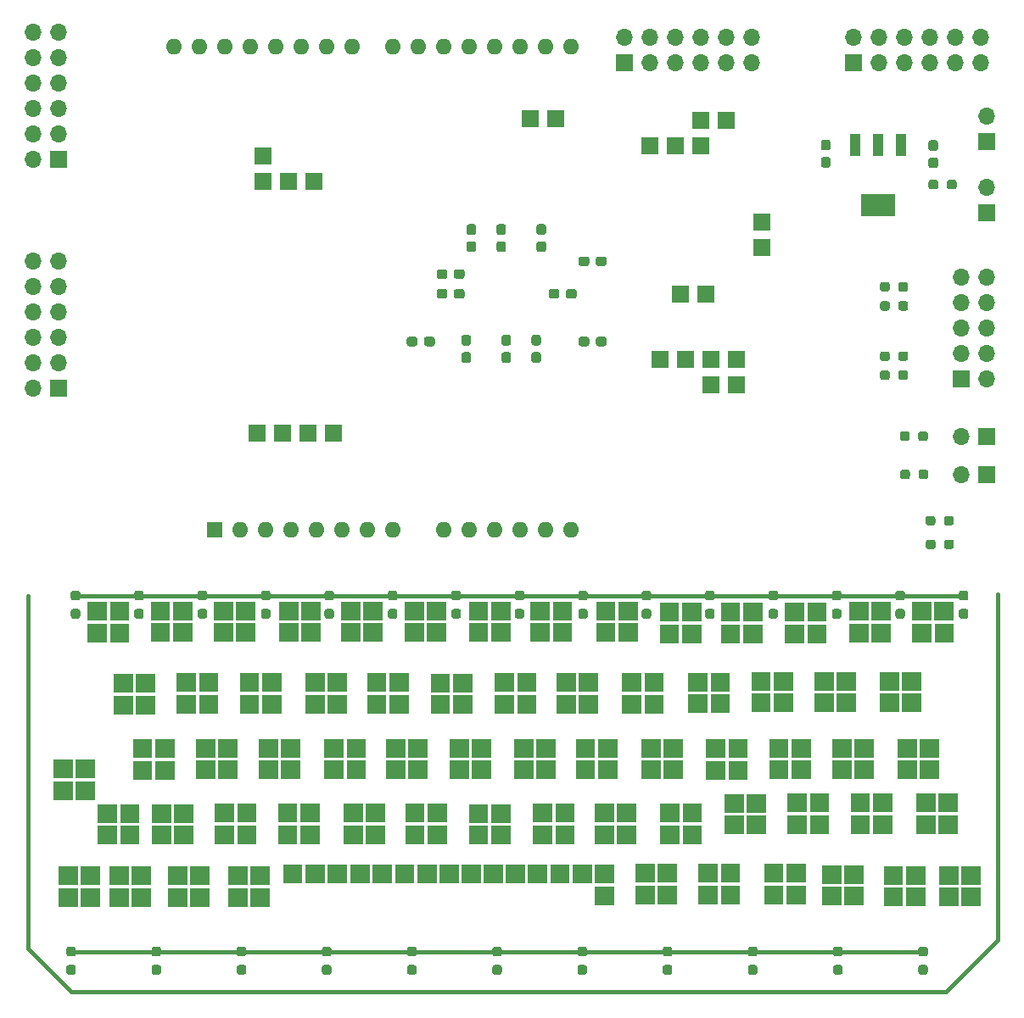
<source format=gbr>
%TF.GenerationSoftware,KiCad,Pcbnew,5.1.10*%
%TF.CreationDate,2021-08-09T15:51:23+08:00*%
%TF.ProjectId,ymmepm,796d6d65-706d-42e6-9b69-6361645f7063,rev?*%
%TF.SameCoordinates,Original*%
%TF.FileFunction,Soldermask,Bot*%
%TF.FilePolarity,Negative*%
%FSLAX46Y46*%
G04 Gerber Fmt 4.6, Leading zero omitted, Abs format (unit mm)*
G04 Created by KiCad (PCBNEW 5.1.10) date 2021-08-09 15:51:23*
%MOMM*%
%LPD*%
G01*
G04 APERTURE LIST*
%ADD10C,0.381000*%
%ADD11C,0.406400*%
%ADD12C,0.100000*%
%ADD13R,1.700000X1.700000*%
%ADD14O,1.700000X1.700000*%
%ADD15O,1.600000X1.600000*%
%ADD16R,1.600000X1.600000*%
%ADD17R,1.000000X2.200000*%
%ADD18R,3.500000X2.200000*%
G04 APERTURE END LIST*
D10*
X76962000Y-148653500D02*
X81280000Y-152971500D01*
X76962000Y-113411000D02*
X76962000Y-148653500D01*
X168592500Y-152971500D02*
X173736000Y-147828000D01*
X173736000Y-147828000D02*
X173736000Y-113220500D01*
X81280000Y-152971500D02*
X168592500Y-152971500D01*
D11*
X81280000Y-148971000D02*
X166370000Y-148971000D01*
X81724500Y-113411000D02*
X170370500Y-113411000D01*
D12*
G36*
X106489500Y-142049500D02*
G01*
X104648000Y-142049500D01*
X104648000Y-140271500D01*
X106489500Y-140271500D01*
X106489500Y-142049500D01*
G37*
X106489500Y-142049500D02*
X104648000Y-142049500D01*
X104648000Y-140271500D01*
X106489500Y-140271500D01*
X106489500Y-142049500D01*
G36*
X104267000Y-142049500D02*
G01*
X102425500Y-142049500D01*
X102425500Y-140271500D01*
X104267000Y-140271500D01*
X104267000Y-142049500D01*
G37*
X104267000Y-142049500D02*
X102425500Y-142049500D01*
X102425500Y-140271500D01*
X104267000Y-140271500D01*
X104267000Y-142049500D01*
G36*
X108712000Y-142049500D02*
G01*
X106870500Y-142049500D01*
X106870500Y-140271500D01*
X108712000Y-140271500D01*
X108712000Y-142049500D01*
G37*
X108712000Y-142049500D02*
X106870500Y-142049500D01*
X106870500Y-140271500D01*
X108712000Y-140271500D01*
X108712000Y-142049500D01*
G36*
X115443000Y-142049500D02*
G01*
X113601500Y-142049500D01*
X113601500Y-140271500D01*
X115443000Y-140271500D01*
X115443000Y-142049500D01*
G37*
X115443000Y-142049500D02*
X113601500Y-142049500D01*
X113601500Y-140271500D01*
X115443000Y-140271500D01*
X115443000Y-142049500D01*
G36*
X122110500Y-142049500D02*
G01*
X120269000Y-142049500D01*
X120269000Y-140271500D01*
X122110500Y-140271500D01*
X122110500Y-142049500D01*
G37*
X122110500Y-142049500D02*
X120269000Y-142049500D01*
X120269000Y-140271500D01*
X122110500Y-140271500D01*
X122110500Y-142049500D01*
G36*
X113220500Y-142049500D02*
G01*
X111379000Y-142049500D01*
X111379000Y-140271500D01*
X113220500Y-140271500D01*
X113220500Y-142049500D01*
G37*
X113220500Y-142049500D02*
X111379000Y-142049500D01*
X111379000Y-140271500D01*
X113220500Y-140271500D01*
X113220500Y-142049500D01*
G36*
X110998000Y-142049500D02*
G01*
X109156500Y-142049500D01*
X109156500Y-140271500D01*
X110998000Y-140271500D01*
X110998000Y-142049500D01*
G37*
X110998000Y-142049500D02*
X109156500Y-142049500D01*
X109156500Y-140271500D01*
X110998000Y-140271500D01*
X110998000Y-142049500D01*
G36*
X117665500Y-142049500D02*
G01*
X115824000Y-142049500D01*
X115824000Y-140271500D01*
X117665500Y-140271500D01*
X117665500Y-142049500D01*
G37*
X117665500Y-142049500D02*
X115824000Y-142049500D01*
X115824000Y-140271500D01*
X117665500Y-140271500D01*
X117665500Y-142049500D01*
G36*
X119888000Y-142049500D02*
G01*
X118046500Y-142049500D01*
X118046500Y-140271500D01*
X119888000Y-140271500D01*
X119888000Y-142049500D01*
G37*
X119888000Y-142049500D02*
X118046500Y-142049500D01*
X118046500Y-140271500D01*
X119888000Y-140271500D01*
X119888000Y-142049500D01*
G36*
X128714500Y-142049500D02*
G01*
X126873000Y-142049500D01*
X126873000Y-140271500D01*
X128714500Y-140271500D01*
X128714500Y-142049500D01*
G37*
X128714500Y-142049500D02*
X126873000Y-142049500D01*
X126873000Y-140271500D01*
X128714500Y-140271500D01*
X128714500Y-142049500D01*
G36*
X124269500Y-142049500D02*
G01*
X122428000Y-142049500D01*
X122428000Y-140271500D01*
X124269500Y-140271500D01*
X124269500Y-142049500D01*
G37*
X124269500Y-142049500D02*
X122428000Y-142049500D01*
X122428000Y-140271500D01*
X124269500Y-140271500D01*
X124269500Y-142049500D01*
G36*
X126492000Y-142049500D02*
G01*
X124650500Y-142049500D01*
X124650500Y-140271500D01*
X126492000Y-140271500D01*
X126492000Y-142049500D01*
G37*
X126492000Y-142049500D02*
X124650500Y-142049500D01*
X124650500Y-140271500D01*
X126492000Y-140271500D01*
X126492000Y-142049500D01*
G36*
X130937000Y-142049500D02*
G01*
X129095500Y-142049500D01*
X129095500Y-140271500D01*
X130937000Y-140271500D01*
X130937000Y-142049500D01*
G37*
X130937000Y-142049500D02*
X129095500Y-142049500D01*
X129095500Y-140271500D01*
X130937000Y-140271500D01*
X130937000Y-142049500D01*
G36*
X81343500Y-131572000D02*
G01*
X79502000Y-131572000D01*
X79502000Y-129794000D01*
X81343500Y-129794000D01*
X81343500Y-131572000D01*
G37*
X81343500Y-131572000D02*
X79502000Y-131572000D01*
X79502000Y-129794000D01*
X81343500Y-129794000D01*
X81343500Y-131572000D01*
G36*
X81343500Y-133731000D02*
G01*
X79502000Y-133731000D01*
X79502000Y-131953000D01*
X81343500Y-131953000D01*
X81343500Y-133731000D01*
G37*
X81343500Y-133731000D02*
X79502000Y-133731000D01*
X79502000Y-131953000D01*
X81343500Y-131953000D01*
X81343500Y-133731000D01*
G36*
X83566000Y-133731000D02*
G01*
X81724500Y-133731000D01*
X81724500Y-131953000D01*
X83566000Y-131953000D01*
X83566000Y-133731000D01*
G37*
X83566000Y-133731000D02*
X81724500Y-133731000D01*
X81724500Y-131953000D01*
X83566000Y-131953000D01*
X83566000Y-133731000D01*
G36*
X83566000Y-131572000D02*
G01*
X81724500Y-131572000D01*
X81724500Y-129794000D01*
X83566000Y-129794000D01*
X83566000Y-131572000D01*
G37*
X83566000Y-131572000D02*
X81724500Y-131572000D01*
X81724500Y-129794000D01*
X83566000Y-129794000D01*
X83566000Y-131572000D01*
G36*
X85788500Y-136017000D02*
G01*
X83947000Y-136017000D01*
X83947000Y-134239000D01*
X85788500Y-134239000D01*
X85788500Y-136017000D01*
G37*
X85788500Y-136017000D02*
X83947000Y-136017000D01*
X83947000Y-134239000D01*
X85788500Y-134239000D01*
X85788500Y-136017000D01*
G36*
X85788500Y-138176000D02*
G01*
X83947000Y-138176000D01*
X83947000Y-136398000D01*
X85788500Y-136398000D01*
X85788500Y-138176000D01*
G37*
X85788500Y-138176000D02*
X83947000Y-138176000D01*
X83947000Y-136398000D01*
X85788500Y-136398000D01*
X85788500Y-138176000D01*
G36*
X88011000Y-138176000D02*
G01*
X86169500Y-138176000D01*
X86169500Y-136398000D01*
X88011000Y-136398000D01*
X88011000Y-138176000D01*
G37*
X88011000Y-138176000D02*
X86169500Y-138176000D01*
X86169500Y-136398000D01*
X88011000Y-136398000D01*
X88011000Y-138176000D01*
G36*
X88011000Y-136017000D02*
G01*
X86169500Y-136017000D01*
X86169500Y-134239000D01*
X88011000Y-134239000D01*
X88011000Y-136017000D01*
G37*
X88011000Y-136017000D02*
X86169500Y-136017000D01*
X86169500Y-134239000D01*
X88011000Y-134239000D01*
X88011000Y-136017000D01*
G36*
X81851500Y-142240000D02*
G01*
X80010000Y-142240000D01*
X80010000Y-140462000D01*
X81851500Y-140462000D01*
X81851500Y-142240000D01*
G37*
X81851500Y-142240000D02*
X80010000Y-142240000D01*
X80010000Y-140462000D01*
X81851500Y-140462000D01*
X81851500Y-142240000D01*
G36*
X81851500Y-144399000D02*
G01*
X80010000Y-144399000D01*
X80010000Y-142621000D01*
X81851500Y-142621000D01*
X81851500Y-144399000D01*
G37*
X81851500Y-144399000D02*
X80010000Y-144399000D01*
X80010000Y-142621000D01*
X81851500Y-142621000D01*
X81851500Y-144399000D01*
G36*
X84074000Y-144399000D02*
G01*
X82232500Y-144399000D01*
X82232500Y-142621000D01*
X84074000Y-142621000D01*
X84074000Y-144399000D01*
G37*
X84074000Y-144399000D02*
X82232500Y-144399000D01*
X82232500Y-142621000D01*
X84074000Y-142621000D01*
X84074000Y-144399000D01*
G36*
X84074000Y-142240000D02*
G01*
X82232500Y-142240000D01*
X82232500Y-140462000D01*
X84074000Y-140462000D01*
X84074000Y-142240000D01*
G37*
X84074000Y-142240000D02*
X82232500Y-142240000D01*
X82232500Y-140462000D01*
X84074000Y-140462000D01*
X84074000Y-142240000D01*
G36*
X86931500Y-142240000D02*
G01*
X85090000Y-142240000D01*
X85090000Y-140462000D01*
X86931500Y-140462000D01*
X86931500Y-142240000D01*
G37*
X86931500Y-142240000D02*
X85090000Y-142240000D01*
X85090000Y-140462000D01*
X86931500Y-140462000D01*
X86931500Y-142240000D01*
G36*
X86931500Y-144399000D02*
G01*
X85090000Y-144399000D01*
X85090000Y-142621000D01*
X86931500Y-142621000D01*
X86931500Y-144399000D01*
G37*
X86931500Y-144399000D02*
X85090000Y-144399000D01*
X85090000Y-142621000D01*
X86931500Y-142621000D01*
X86931500Y-144399000D01*
G36*
X89154000Y-144399000D02*
G01*
X87312500Y-144399000D01*
X87312500Y-142621000D01*
X89154000Y-142621000D01*
X89154000Y-144399000D01*
G37*
X89154000Y-144399000D02*
X87312500Y-144399000D01*
X87312500Y-142621000D01*
X89154000Y-142621000D01*
X89154000Y-144399000D01*
G36*
X89154000Y-142240000D02*
G01*
X87312500Y-142240000D01*
X87312500Y-140462000D01*
X89154000Y-140462000D01*
X89154000Y-142240000D01*
G37*
X89154000Y-142240000D02*
X87312500Y-142240000D01*
X87312500Y-140462000D01*
X89154000Y-140462000D01*
X89154000Y-142240000D01*
G36*
X92773500Y-142240000D02*
G01*
X90932000Y-142240000D01*
X90932000Y-140462000D01*
X92773500Y-140462000D01*
X92773500Y-142240000D01*
G37*
X92773500Y-142240000D02*
X90932000Y-142240000D01*
X90932000Y-140462000D01*
X92773500Y-140462000D01*
X92773500Y-142240000D01*
G36*
X92773500Y-144399000D02*
G01*
X90932000Y-144399000D01*
X90932000Y-142621000D01*
X92773500Y-142621000D01*
X92773500Y-144399000D01*
G37*
X92773500Y-144399000D02*
X90932000Y-144399000D01*
X90932000Y-142621000D01*
X92773500Y-142621000D01*
X92773500Y-144399000D01*
G36*
X94996000Y-144399000D02*
G01*
X93154500Y-144399000D01*
X93154500Y-142621000D01*
X94996000Y-142621000D01*
X94996000Y-144399000D01*
G37*
X94996000Y-144399000D02*
X93154500Y-144399000D01*
X93154500Y-142621000D01*
X94996000Y-142621000D01*
X94996000Y-144399000D01*
G36*
X94996000Y-142240000D02*
G01*
X93154500Y-142240000D01*
X93154500Y-140462000D01*
X94996000Y-140462000D01*
X94996000Y-142240000D01*
G37*
X94996000Y-142240000D02*
X93154500Y-142240000D01*
X93154500Y-140462000D01*
X94996000Y-140462000D01*
X94996000Y-142240000D01*
G36*
X98806000Y-142240000D02*
G01*
X96964500Y-142240000D01*
X96964500Y-140462000D01*
X98806000Y-140462000D01*
X98806000Y-142240000D01*
G37*
X98806000Y-142240000D02*
X96964500Y-142240000D01*
X96964500Y-140462000D01*
X98806000Y-140462000D01*
X98806000Y-142240000D01*
G36*
X98806000Y-144399000D02*
G01*
X96964500Y-144399000D01*
X96964500Y-142621000D01*
X98806000Y-142621000D01*
X98806000Y-144399000D01*
G37*
X98806000Y-144399000D02*
X96964500Y-144399000D01*
X96964500Y-142621000D01*
X98806000Y-142621000D01*
X98806000Y-144399000D01*
G36*
X101028500Y-144399000D02*
G01*
X99187000Y-144399000D01*
X99187000Y-142621000D01*
X101028500Y-142621000D01*
X101028500Y-144399000D01*
G37*
X101028500Y-144399000D02*
X99187000Y-144399000D01*
X99187000Y-142621000D01*
X101028500Y-142621000D01*
X101028500Y-144399000D01*
G36*
X101028500Y-142240000D02*
G01*
X99187000Y-142240000D01*
X99187000Y-140462000D01*
X101028500Y-140462000D01*
X101028500Y-142240000D01*
G37*
X101028500Y-142240000D02*
X99187000Y-142240000D01*
X99187000Y-140462000D01*
X101028500Y-140462000D01*
X101028500Y-142240000D01*
G36*
X169735500Y-142176500D02*
G01*
X167894000Y-142176500D01*
X167894000Y-140398500D01*
X169735500Y-140398500D01*
X169735500Y-142176500D01*
G37*
X169735500Y-142176500D02*
X167894000Y-142176500D01*
X167894000Y-140398500D01*
X169735500Y-140398500D01*
X169735500Y-142176500D01*
G36*
X169735500Y-144335500D02*
G01*
X167894000Y-144335500D01*
X167894000Y-142557500D01*
X169735500Y-142557500D01*
X169735500Y-144335500D01*
G37*
X169735500Y-144335500D02*
X167894000Y-144335500D01*
X167894000Y-142557500D01*
X169735500Y-142557500D01*
X169735500Y-144335500D01*
G36*
X171958000Y-144335500D02*
G01*
X170116500Y-144335500D01*
X170116500Y-142557500D01*
X171958000Y-142557500D01*
X171958000Y-144335500D01*
G37*
X171958000Y-144335500D02*
X170116500Y-144335500D01*
X170116500Y-142557500D01*
X171958000Y-142557500D01*
X171958000Y-144335500D01*
G36*
X171958000Y-142176500D02*
G01*
X170116500Y-142176500D01*
X170116500Y-140398500D01*
X171958000Y-140398500D01*
X171958000Y-142176500D01*
G37*
X171958000Y-142176500D02*
X170116500Y-142176500D01*
X170116500Y-140398500D01*
X171958000Y-140398500D01*
X171958000Y-142176500D01*
G36*
X164211000Y-142176500D02*
G01*
X162369500Y-142176500D01*
X162369500Y-140398500D01*
X164211000Y-140398500D01*
X164211000Y-142176500D01*
G37*
X164211000Y-142176500D02*
X162369500Y-142176500D01*
X162369500Y-140398500D01*
X164211000Y-140398500D01*
X164211000Y-142176500D01*
G36*
X164211000Y-144335500D02*
G01*
X162369500Y-144335500D01*
X162369500Y-142557500D01*
X164211000Y-142557500D01*
X164211000Y-144335500D01*
G37*
X164211000Y-144335500D02*
X162369500Y-144335500D01*
X162369500Y-142557500D01*
X164211000Y-142557500D01*
X164211000Y-144335500D01*
G36*
X166433500Y-144335500D02*
G01*
X164592000Y-144335500D01*
X164592000Y-142557500D01*
X166433500Y-142557500D01*
X166433500Y-144335500D01*
G37*
X166433500Y-144335500D02*
X164592000Y-144335500D01*
X164592000Y-142557500D01*
X166433500Y-142557500D01*
X166433500Y-144335500D01*
G36*
X166433500Y-142176500D02*
G01*
X164592000Y-142176500D01*
X164592000Y-140398500D01*
X166433500Y-140398500D01*
X166433500Y-142176500D01*
G37*
X166433500Y-142176500D02*
X164592000Y-142176500D01*
X164592000Y-140398500D01*
X166433500Y-140398500D01*
X166433500Y-142176500D01*
G36*
X158051500Y-142113000D02*
G01*
X156210000Y-142113000D01*
X156210000Y-140335000D01*
X158051500Y-140335000D01*
X158051500Y-142113000D01*
G37*
X158051500Y-142113000D02*
X156210000Y-142113000D01*
X156210000Y-140335000D01*
X158051500Y-140335000D01*
X158051500Y-142113000D01*
G36*
X158051500Y-144272000D02*
G01*
X156210000Y-144272000D01*
X156210000Y-142494000D01*
X158051500Y-142494000D01*
X158051500Y-144272000D01*
G37*
X158051500Y-144272000D02*
X156210000Y-144272000D01*
X156210000Y-142494000D01*
X158051500Y-142494000D01*
X158051500Y-144272000D01*
G36*
X160274000Y-144272000D02*
G01*
X158432500Y-144272000D01*
X158432500Y-142494000D01*
X160274000Y-142494000D01*
X160274000Y-144272000D01*
G37*
X160274000Y-144272000D02*
X158432500Y-144272000D01*
X158432500Y-142494000D01*
X160274000Y-142494000D01*
X160274000Y-144272000D01*
G36*
X160274000Y-142113000D02*
G01*
X158432500Y-142113000D01*
X158432500Y-140335000D01*
X160274000Y-140335000D01*
X160274000Y-142113000D01*
G37*
X160274000Y-142113000D02*
X158432500Y-142113000D01*
X158432500Y-140335000D01*
X160274000Y-140335000D01*
X160274000Y-142113000D01*
G36*
X145732500Y-141986000D02*
G01*
X143891000Y-141986000D01*
X143891000Y-140208000D01*
X145732500Y-140208000D01*
X145732500Y-141986000D01*
G37*
X145732500Y-141986000D02*
X143891000Y-141986000D01*
X143891000Y-140208000D01*
X145732500Y-140208000D01*
X145732500Y-141986000D01*
G36*
X135382000Y-144208500D02*
G01*
X133540500Y-144208500D01*
X133540500Y-142430500D01*
X135382000Y-142430500D01*
X135382000Y-144208500D01*
G37*
X135382000Y-144208500D02*
X133540500Y-144208500D01*
X133540500Y-142430500D01*
X135382000Y-142430500D01*
X135382000Y-144208500D01*
G36*
X154495500Y-144145000D02*
G01*
X152654000Y-144145000D01*
X152654000Y-142367000D01*
X154495500Y-142367000D01*
X154495500Y-144145000D01*
G37*
X154495500Y-144145000D02*
X152654000Y-144145000D01*
X152654000Y-142367000D01*
X154495500Y-142367000D01*
X154495500Y-144145000D01*
G36*
X145732500Y-144145000D02*
G01*
X143891000Y-144145000D01*
X143891000Y-142367000D01*
X145732500Y-142367000D01*
X145732500Y-144145000D01*
G37*
X145732500Y-144145000D02*
X143891000Y-144145000D01*
X143891000Y-142367000D01*
X145732500Y-142367000D01*
X145732500Y-144145000D01*
G36*
X154495500Y-141986000D02*
G01*
X152654000Y-141986000D01*
X152654000Y-140208000D01*
X154495500Y-140208000D01*
X154495500Y-141986000D01*
G37*
X154495500Y-141986000D02*
X152654000Y-141986000D01*
X152654000Y-140208000D01*
X154495500Y-140208000D01*
X154495500Y-141986000D01*
G36*
X139446000Y-144145000D02*
G01*
X137604500Y-144145000D01*
X137604500Y-142367000D01*
X139446000Y-142367000D01*
X139446000Y-144145000D01*
G37*
X139446000Y-144145000D02*
X137604500Y-144145000D01*
X137604500Y-142367000D01*
X139446000Y-142367000D01*
X139446000Y-144145000D01*
G36*
X152273000Y-144145000D02*
G01*
X150431500Y-144145000D01*
X150431500Y-142367000D01*
X152273000Y-142367000D01*
X152273000Y-144145000D01*
G37*
X152273000Y-144145000D02*
X150431500Y-144145000D01*
X150431500Y-142367000D01*
X152273000Y-142367000D01*
X152273000Y-144145000D01*
G36*
X147955000Y-141986000D02*
G01*
X146113500Y-141986000D01*
X146113500Y-140208000D01*
X147955000Y-140208000D01*
X147955000Y-141986000D01*
G37*
X147955000Y-141986000D02*
X146113500Y-141986000D01*
X146113500Y-140208000D01*
X147955000Y-140208000D01*
X147955000Y-141986000D01*
G36*
X139446000Y-141986000D02*
G01*
X137604500Y-141986000D01*
X137604500Y-140208000D01*
X139446000Y-140208000D01*
X139446000Y-141986000D01*
G37*
X139446000Y-141986000D02*
X137604500Y-141986000D01*
X137604500Y-140208000D01*
X139446000Y-140208000D01*
X139446000Y-141986000D01*
G36*
X141668500Y-141986000D02*
G01*
X139827000Y-141986000D01*
X139827000Y-140208000D01*
X141668500Y-140208000D01*
X141668500Y-141986000D01*
G37*
X141668500Y-141986000D02*
X139827000Y-141986000D01*
X139827000Y-140208000D01*
X141668500Y-140208000D01*
X141668500Y-141986000D01*
G36*
X147955000Y-144145000D02*
G01*
X146113500Y-144145000D01*
X146113500Y-142367000D01*
X147955000Y-142367000D01*
X147955000Y-144145000D01*
G37*
X147955000Y-144145000D02*
X146113500Y-144145000D01*
X146113500Y-142367000D01*
X147955000Y-142367000D01*
X147955000Y-144145000D01*
G36*
X152273000Y-141986000D02*
G01*
X150431500Y-141986000D01*
X150431500Y-140208000D01*
X152273000Y-140208000D01*
X152273000Y-141986000D01*
G37*
X152273000Y-141986000D02*
X150431500Y-141986000D01*
X150431500Y-140208000D01*
X152273000Y-140208000D01*
X152273000Y-141986000D01*
G36*
X135382000Y-142049500D02*
G01*
X133540500Y-142049500D01*
X133540500Y-140271500D01*
X135382000Y-140271500D01*
X135382000Y-142049500D01*
G37*
X135382000Y-142049500D02*
X133540500Y-142049500D01*
X133540500Y-140271500D01*
X135382000Y-140271500D01*
X135382000Y-142049500D01*
G36*
X133159500Y-142049500D02*
G01*
X131318000Y-142049500D01*
X131318000Y-140271500D01*
X133159500Y-140271500D01*
X133159500Y-142049500D01*
G37*
X133159500Y-142049500D02*
X131318000Y-142049500D01*
X131318000Y-140271500D01*
X133159500Y-140271500D01*
X133159500Y-142049500D01*
G36*
X141668500Y-144145000D02*
G01*
X139827000Y-144145000D01*
X139827000Y-142367000D01*
X141668500Y-142367000D01*
X141668500Y-144145000D01*
G37*
X141668500Y-144145000D02*
X139827000Y-144145000D01*
X139827000Y-142367000D01*
X141668500Y-142367000D01*
X141668500Y-144145000D01*
G36*
X160909000Y-134937500D02*
G01*
X159067500Y-134937500D01*
X159067500Y-133159500D01*
X160909000Y-133159500D01*
X160909000Y-134937500D01*
G37*
X160909000Y-134937500D02*
X159067500Y-134937500D01*
X159067500Y-133159500D01*
X160909000Y-133159500D01*
X160909000Y-134937500D01*
G36*
X150558500Y-137160000D02*
G01*
X148717000Y-137160000D01*
X148717000Y-135382000D01*
X150558500Y-135382000D01*
X150558500Y-137160000D01*
G37*
X150558500Y-137160000D02*
X148717000Y-137160000D01*
X148717000Y-135382000D01*
X150558500Y-135382000D01*
X150558500Y-137160000D01*
G36*
X169672000Y-137096500D02*
G01*
X167830500Y-137096500D01*
X167830500Y-135318500D01*
X169672000Y-135318500D01*
X169672000Y-137096500D01*
G37*
X169672000Y-137096500D02*
X167830500Y-137096500D01*
X167830500Y-135318500D01*
X169672000Y-135318500D01*
X169672000Y-137096500D01*
G36*
X160909000Y-137096500D02*
G01*
X159067500Y-137096500D01*
X159067500Y-135318500D01*
X160909000Y-135318500D01*
X160909000Y-137096500D01*
G37*
X160909000Y-137096500D02*
X159067500Y-137096500D01*
X159067500Y-135318500D01*
X160909000Y-135318500D01*
X160909000Y-137096500D01*
G36*
X169672000Y-134937500D02*
G01*
X167830500Y-134937500D01*
X167830500Y-133159500D01*
X169672000Y-133159500D01*
X169672000Y-134937500D01*
G37*
X169672000Y-134937500D02*
X167830500Y-134937500D01*
X167830500Y-133159500D01*
X169672000Y-133159500D01*
X169672000Y-134937500D01*
G36*
X154622500Y-137096500D02*
G01*
X152781000Y-137096500D01*
X152781000Y-135318500D01*
X154622500Y-135318500D01*
X154622500Y-137096500D01*
G37*
X154622500Y-137096500D02*
X152781000Y-137096500D01*
X152781000Y-135318500D01*
X154622500Y-135318500D01*
X154622500Y-137096500D01*
G36*
X167449500Y-137096500D02*
G01*
X165608000Y-137096500D01*
X165608000Y-135318500D01*
X167449500Y-135318500D01*
X167449500Y-137096500D01*
G37*
X167449500Y-137096500D02*
X165608000Y-137096500D01*
X165608000Y-135318500D01*
X167449500Y-135318500D01*
X167449500Y-137096500D01*
G36*
X163131500Y-134937500D02*
G01*
X161290000Y-134937500D01*
X161290000Y-133159500D01*
X163131500Y-133159500D01*
X163131500Y-134937500D01*
G37*
X163131500Y-134937500D02*
X161290000Y-134937500D01*
X161290000Y-133159500D01*
X163131500Y-133159500D01*
X163131500Y-134937500D01*
G36*
X154622500Y-134937500D02*
G01*
X152781000Y-134937500D01*
X152781000Y-133159500D01*
X154622500Y-133159500D01*
X154622500Y-134937500D01*
G37*
X154622500Y-134937500D02*
X152781000Y-134937500D01*
X152781000Y-133159500D01*
X154622500Y-133159500D01*
X154622500Y-134937500D01*
G36*
X148336000Y-137160000D02*
G01*
X146494500Y-137160000D01*
X146494500Y-135382000D01*
X148336000Y-135382000D01*
X148336000Y-137160000D01*
G37*
X148336000Y-137160000D02*
X146494500Y-137160000D01*
X146494500Y-135382000D01*
X148336000Y-135382000D01*
X148336000Y-137160000D01*
G36*
X156845000Y-134937500D02*
G01*
X155003500Y-134937500D01*
X155003500Y-133159500D01*
X156845000Y-133159500D01*
X156845000Y-134937500D01*
G37*
X156845000Y-134937500D02*
X155003500Y-134937500D01*
X155003500Y-133159500D01*
X156845000Y-133159500D01*
X156845000Y-134937500D01*
G36*
X163131500Y-137096500D02*
G01*
X161290000Y-137096500D01*
X161290000Y-135318500D01*
X163131500Y-135318500D01*
X163131500Y-137096500D01*
G37*
X163131500Y-137096500D02*
X161290000Y-137096500D01*
X161290000Y-135318500D01*
X163131500Y-135318500D01*
X163131500Y-137096500D01*
G36*
X167449500Y-134937500D02*
G01*
X165608000Y-134937500D01*
X165608000Y-133159500D01*
X167449500Y-133159500D01*
X167449500Y-134937500D01*
G37*
X167449500Y-134937500D02*
X165608000Y-134937500D01*
X165608000Y-133159500D01*
X167449500Y-133159500D01*
X167449500Y-134937500D01*
G36*
X150558500Y-135001000D02*
G01*
X148717000Y-135001000D01*
X148717000Y-133223000D01*
X150558500Y-133223000D01*
X150558500Y-135001000D01*
G37*
X150558500Y-135001000D02*
X148717000Y-135001000D01*
X148717000Y-133223000D01*
X150558500Y-133223000D01*
X150558500Y-135001000D01*
G36*
X148336000Y-135001000D02*
G01*
X146494500Y-135001000D01*
X146494500Y-133223000D01*
X148336000Y-133223000D01*
X148336000Y-135001000D01*
G37*
X148336000Y-135001000D02*
X146494500Y-135001000D01*
X146494500Y-133223000D01*
X148336000Y-133223000D01*
X148336000Y-135001000D01*
G36*
X156845000Y-137096500D02*
G01*
X155003500Y-137096500D01*
X155003500Y-135318500D01*
X156845000Y-135318500D01*
X156845000Y-137096500D01*
G37*
X156845000Y-137096500D02*
X155003500Y-137096500D01*
X155003500Y-135318500D01*
X156845000Y-135318500D01*
X156845000Y-137096500D01*
G36*
X159067500Y-129476500D02*
G01*
X157226000Y-129476500D01*
X157226000Y-127698500D01*
X159067500Y-127698500D01*
X159067500Y-129476500D01*
G37*
X159067500Y-129476500D02*
X157226000Y-129476500D01*
X157226000Y-127698500D01*
X159067500Y-127698500D01*
X159067500Y-129476500D01*
G36*
X148717000Y-131699000D02*
G01*
X146875500Y-131699000D01*
X146875500Y-129921000D01*
X148717000Y-129921000D01*
X148717000Y-131699000D01*
G37*
X148717000Y-131699000D02*
X146875500Y-131699000D01*
X146875500Y-129921000D01*
X148717000Y-129921000D01*
X148717000Y-131699000D01*
G36*
X167830500Y-131635500D02*
G01*
X165989000Y-131635500D01*
X165989000Y-129857500D01*
X167830500Y-129857500D01*
X167830500Y-131635500D01*
G37*
X167830500Y-131635500D02*
X165989000Y-131635500D01*
X165989000Y-129857500D01*
X167830500Y-129857500D01*
X167830500Y-131635500D01*
G36*
X159067500Y-131635500D02*
G01*
X157226000Y-131635500D01*
X157226000Y-129857500D01*
X159067500Y-129857500D01*
X159067500Y-131635500D01*
G37*
X159067500Y-131635500D02*
X157226000Y-131635500D01*
X157226000Y-129857500D01*
X159067500Y-129857500D01*
X159067500Y-131635500D01*
G36*
X167830500Y-129476500D02*
G01*
X165989000Y-129476500D01*
X165989000Y-127698500D01*
X167830500Y-127698500D01*
X167830500Y-129476500D01*
G37*
X167830500Y-129476500D02*
X165989000Y-129476500D01*
X165989000Y-127698500D01*
X167830500Y-127698500D01*
X167830500Y-129476500D01*
G36*
X152781000Y-131635500D02*
G01*
X150939500Y-131635500D01*
X150939500Y-129857500D01*
X152781000Y-129857500D01*
X152781000Y-131635500D01*
G37*
X152781000Y-131635500D02*
X150939500Y-131635500D01*
X150939500Y-129857500D01*
X152781000Y-129857500D01*
X152781000Y-131635500D01*
G36*
X165608000Y-131635500D02*
G01*
X163766500Y-131635500D01*
X163766500Y-129857500D01*
X165608000Y-129857500D01*
X165608000Y-131635500D01*
G37*
X165608000Y-131635500D02*
X163766500Y-131635500D01*
X163766500Y-129857500D01*
X165608000Y-129857500D01*
X165608000Y-131635500D01*
G36*
X161290000Y-129476500D02*
G01*
X159448500Y-129476500D01*
X159448500Y-127698500D01*
X161290000Y-127698500D01*
X161290000Y-129476500D01*
G37*
X161290000Y-129476500D02*
X159448500Y-129476500D01*
X159448500Y-127698500D01*
X161290000Y-127698500D01*
X161290000Y-129476500D01*
G36*
X152781000Y-129476500D02*
G01*
X150939500Y-129476500D01*
X150939500Y-127698500D01*
X152781000Y-127698500D01*
X152781000Y-129476500D01*
G37*
X152781000Y-129476500D02*
X150939500Y-129476500D01*
X150939500Y-127698500D01*
X152781000Y-127698500D01*
X152781000Y-129476500D01*
G36*
X146494500Y-131699000D02*
G01*
X144653000Y-131699000D01*
X144653000Y-129921000D01*
X146494500Y-129921000D01*
X146494500Y-131699000D01*
G37*
X146494500Y-131699000D02*
X144653000Y-131699000D01*
X144653000Y-129921000D01*
X146494500Y-129921000D01*
X146494500Y-131699000D01*
G36*
X155003500Y-129476500D02*
G01*
X153162000Y-129476500D01*
X153162000Y-127698500D01*
X155003500Y-127698500D01*
X155003500Y-129476500D01*
G37*
X155003500Y-129476500D02*
X153162000Y-129476500D01*
X153162000Y-127698500D01*
X155003500Y-127698500D01*
X155003500Y-129476500D01*
G36*
X161290000Y-131635500D02*
G01*
X159448500Y-131635500D01*
X159448500Y-129857500D01*
X161290000Y-129857500D01*
X161290000Y-131635500D01*
G37*
X161290000Y-131635500D02*
X159448500Y-131635500D01*
X159448500Y-129857500D01*
X161290000Y-129857500D01*
X161290000Y-131635500D01*
G36*
X165608000Y-129476500D02*
G01*
X163766500Y-129476500D01*
X163766500Y-127698500D01*
X165608000Y-127698500D01*
X165608000Y-129476500D01*
G37*
X165608000Y-129476500D02*
X163766500Y-129476500D01*
X163766500Y-127698500D01*
X165608000Y-127698500D01*
X165608000Y-129476500D01*
G36*
X148717000Y-129540000D02*
G01*
X146875500Y-129540000D01*
X146875500Y-127762000D01*
X148717000Y-127762000D01*
X148717000Y-129540000D01*
G37*
X148717000Y-129540000D02*
X146875500Y-129540000D01*
X146875500Y-127762000D01*
X148717000Y-127762000D01*
X148717000Y-129540000D01*
G36*
X146494500Y-129540000D02*
G01*
X144653000Y-129540000D01*
X144653000Y-127762000D01*
X146494500Y-127762000D01*
X146494500Y-129540000D01*
G37*
X146494500Y-129540000D02*
X144653000Y-129540000D01*
X144653000Y-127762000D01*
X146494500Y-127762000D01*
X146494500Y-129540000D01*
G36*
X155003500Y-131635500D02*
G01*
X153162000Y-131635500D01*
X153162000Y-129857500D01*
X155003500Y-129857500D01*
X155003500Y-131635500D01*
G37*
X155003500Y-131635500D02*
X153162000Y-131635500D01*
X153162000Y-129857500D01*
X155003500Y-129857500D01*
X155003500Y-131635500D01*
G36*
X157289500Y-122809000D02*
G01*
X155448000Y-122809000D01*
X155448000Y-121031000D01*
X157289500Y-121031000D01*
X157289500Y-122809000D01*
G37*
X157289500Y-122809000D02*
X155448000Y-122809000D01*
X155448000Y-121031000D01*
X157289500Y-121031000D01*
X157289500Y-122809000D01*
G36*
X146939000Y-125031500D02*
G01*
X145097500Y-125031500D01*
X145097500Y-123253500D01*
X146939000Y-123253500D01*
X146939000Y-125031500D01*
G37*
X146939000Y-125031500D02*
X145097500Y-125031500D01*
X145097500Y-123253500D01*
X146939000Y-123253500D01*
X146939000Y-125031500D01*
G36*
X166052500Y-124968000D02*
G01*
X164211000Y-124968000D01*
X164211000Y-123190000D01*
X166052500Y-123190000D01*
X166052500Y-124968000D01*
G37*
X166052500Y-124968000D02*
X164211000Y-124968000D01*
X164211000Y-123190000D01*
X166052500Y-123190000D01*
X166052500Y-124968000D01*
G36*
X157289500Y-124968000D02*
G01*
X155448000Y-124968000D01*
X155448000Y-123190000D01*
X157289500Y-123190000D01*
X157289500Y-124968000D01*
G37*
X157289500Y-124968000D02*
X155448000Y-124968000D01*
X155448000Y-123190000D01*
X157289500Y-123190000D01*
X157289500Y-124968000D01*
G36*
X166052500Y-122809000D02*
G01*
X164211000Y-122809000D01*
X164211000Y-121031000D01*
X166052500Y-121031000D01*
X166052500Y-122809000D01*
G37*
X166052500Y-122809000D02*
X164211000Y-122809000D01*
X164211000Y-121031000D01*
X166052500Y-121031000D01*
X166052500Y-122809000D01*
G36*
X151003000Y-124968000D02*
G01*
X149161500Y-124968000D01*
X149161500Y-123190000D01*
X151003000Y-123190000D01*
X151003000Y-124968000D01*
G37*
X151003000Y-124968000D02*
X149161500Y-124968000D01*
X149161500Y-123190000D01*
X151003000Y-123190000D01*
X151003000Y-124968000D01*
G36*
X163830000Y-124968000D02*
G01*
X161988500Y-124968000D01*
X161988500Y-123190000D01*
X163830000Y-123190000D01*
X163830000Y-124968000D01*
G37*
X163830000Y-124968000D02*
X161988500Y-124968000D01*
X161988500Y-123190000D01*
X163830000Y-123190000D01*
X163830000Y-124968000D01*
G36*
X159512000Y-122809000D02*
G01*
X157670500Y-122809000D01*
X157670500Y-121031000D01*
X159512000Y-121031000D01*
X159512000Y-122809000D01*
G37*
X159512000Y-122809000D02*
X157670500Y-122809000D01*
X157670500Y-121031000D01*
X159512000Y-121031000D01*
X159512000Y-122809000D01*
G36*
X151003000Y-122809000D02*
G01*
X149161500Y-122809000D01*
X149161500Y-121031000D01*
X151003000Y-121031000D01*
X151003000Y-122809000D01*
G37*
X151003000Y-122809000D02*
X149161500Y-122809000D01*
X149161500Y-121031000D01*
X151003000Y-121031000D01*
X151003000Y-122809000D01*
G36*
X144716500Y-125031500D02*
G01*
X142875000Y-125031500D01*
X142875000Y-123253500D01*
X144716500Y-123253500D01*
X144716500Y-125031500D01*
G37*
X144716500Y-125031500D02*
X142875000Y-125031500D01*
X142875000Y-123253500D01*
X144716500Y-123253500D01*
X144716500Y-125031500D01*
G36*
X153225500Y-122809000D02*
G01*
X151384000Y-122809000D01*
X151384000Y-121031000D01*
X153225500Y-121031000D01*
X153225500Y-122809000D01*
G37*
X153225500Y-122809000D02*
X151384000Y-122809000D01*
X151384000Y-121031000D01*
X153225500Y-121031000D01*
X153225500Y-122809000D01*
G36*
X159512000Y-124968000D02*
G01*
X157670500Y-124968000D01*
X157670500Y-123190000D01*
X159512000Y-123190000D01*
X159512000Y-124968000D01*
G37*
X159512000Y-124968000D02*
X157670500Y-124968000D01*
X157670500Y-123190000D01*
X159512000Y-123190000D01*
X159512000Y-124968000D01*
G36*
X163830000Y-122809000D02*
G01*
X161988500Y-122809000D01*
X161988500Y-121031000D01*
X163830000Y-121031000D01*
X163830000Y-122809000D01*
G37*
X163830000Y-122809000D02*
X161988500Y-122809000D01*
X161988500Y-121031000D01*
X163830000Y-121031000D01*
X163830000Y-122809000D01*
G36*
X146939000Y-122872500D02*
G01*
X145097500Y-122872500D01*
X145097500Y-121094500D01*
X146939000Y-121094500D01*
X146939000Y-122872500D01*
G37*
X146939000Y-122872500D02*
X145097500Y-122872500D01*
X145097500Y-121094500D01*
X146939000Y-121094500D01*
X146939000Y-122872500D01*
G36*
X144716500Y-122872500D02*
G01*
X142875000Y-122872500D01*
X142875000Y-121094500D01*
X144716500Y-121094500D01*
X144716500Y-122872500D01*
G37*
X144716500Y-122872500D02*
X142875000Y-122872500D01*
X142875000Y-121094500D01*
X144716500Y-121094500D01*
X144716500Y-122872500D01*
G36*
X153225500Y-124968000D02*
G01*
X151384000Y-124968000D01*
X151384000Y-123190000D01*
X153225500Y-123190000D01*
X153225500Y-124968000D01*
G37*
X153225500Y-124968000D02*
X151384000Y-124968000D01*
X151384000Y-123190000D01*
X153225500Y-123190000D01*
X153225500Y-124968000D01*
G36*
X141922500Y-138112500D02*
G01*
X140081000Y-138112500D01*
X140081000Y-136334500D01*
X141922500Y-136334500D01*
X141922500Y-138112500D01*
G37*
X141922500Y-138112500D02*
X140081000Y-138112500D01*
X140081000Y-136334500D01*
X141922500Y-136334500D01*
X141922500Y-138112500D01*
G36*
X131445000Y-135953500D02*
G01*
X129603500Y-135953500D01*
X129603500Y-134175500D01*
X131445000Y-134175500D01*
X131445000Y-135953500D01*
G37*
X131445000Y-135953500D02*
X129603500Y-135953500D01*
X129603500Y-134175500D01*
X131445000Y-134175500D01*
X131445000Y-135953500D01*
G36*
X110299500Y-138112500D02*
G01*
X108458000Y-138112500D01*
X108458000Y-136334500D01*
X110299500Y-136334500D01*
X110299500Y-138112500D01*
G37*
X110299500Y-138112500D02*
X108458000Y-138112500D01*
X108458000Y-136334500D01*
X110299500Y-136334500D01*
X110299500Y-138112500D01*
G36*
X122809000Y-136017000D02*
G01*
X120967500Y-136017000D01*
X120967500Y-134239000D01*
X122809000Y-134239000D01*
X122809000Y-136017000D01*
G37*
X122809000Y-136017000D02*
X120967500Y-136017000D01*
X120967500Y-134239000D01*
X122809000Y-134239000D01*
X122809000Y-136017000D01*
G36*
X103759000Y-135953500D02*
G01*
X101917500Y-135953500D01*
X101917500Y-134175500D01*
X103759000Y-134175500D01*
X103759000Y-135953500D01*
G37*
X103759000Y-135953500D02*
X101917500Y-135953500D01*
X101917500Y-134175500D01*
X103759000Y-134175500D01*
X103759000Y-135953500D01*
G36*
X91186000Y-136017000D02*
G01*
X89344500Y-136017000D01*
X89344500Y-134239000D01*
X91186000Y-134239000D01*
X91186000Y-136017000D01*
G37*
X91186000Y-136017000D02*
X89344500Y-136017000D01*
X89344500Y-134239000D01*
X91186000Y-134239000D01*
X91186000Y-136017000D01*
G36*
X112522000Y-135953500D02*
G01*
X110680500Y-135953500D01*
X110680500Y-134175500D01*
X112522000Y-134175500D01*
X112522000Y-135953500D01*
G37*
X112522000Y-135953500D02*
X110680500Y-135953500D01*
X110680500Y-134175500D01*
X112522000Y-134175500D01*
X112522000Y-135953500D01*
G36*
X118681500Y-135953500D02*
G01*
X116840000Y-135953500D01*
X116840000Y-134175500D01*
X118681500Y-134175500D01*
X118681500Y-135953500D01*
G37*
X118681500Y-135953500D02*
X116840000Y-135953500D01*
X116840000Y-134175500D01*
X118681500Y-134175500D01*
X118681500Y-135953500D01*
G36*
X97472500Y-135953500D02*
G01*
X95631000Y-135953500D01*
X95631000Y-134175500D01*
X97472500Y-134175500D01*
X97472500Y-135953500D01*
G37*
X97472500Y-135953500D02*
X95631000Y-135953500D01*
X95631000Y-134175500D01*
X97472500Y-134175500D01*
X97472500Y-135953500D01*
G36*
X91186000Y-138176000D02*
G01*
X89344500Y-138176000D01*
X89344500Y-136398000D01*
X91186000Y-136398000D01*
X91186000Y-138176000D01*
G37*
X91186000Y-138176000D02*
X89344500Y-138176000D01*
X89344500Y-136398000D01*
X91186000Y-136398000D01*
X91186000Y-138176000D01*
G36*
X116459000Y-135953500D02*
G01*
X114617500Y-135953500D01*
X114617500Y-134175500D01*
X116459000Y-134175500D01*
X116459000Y-135953500D01*
G37*
X116459000Y-135953500D02*
X114617500Y-135953500D01*
X114617500Y-134175500D01*
X116459000Y-134175500D01*
X116459000Y-135953500D01*
G36*
X118681500Y-138112500D02*
G01*
X116840000Y-138112500D01*
X116840000Y-136334500D01*
X118681500Y-136334500D01*
X118681500Y-138112500D01*
G37*
X118681500Y-138112500D02*
X116840000Y-138112500D01*
X116840000Y-136334500D01*
X118681500Y-136334500D01*
X118681500Y-138112500D01*
G36*
X129222500Y-135953500D02*
G01*
X127381000Y-135953500D01*
X127381000Y-134175500D01*
X129222500Y-134175500D01*
X129222500Y-135953500D01*
G37*
X129222500Y-135953500D02*
X127381000Y-135953500D01*
X127381000Y-134175500D01*
X129222500Y-134175500D01*
X129222500Y-135953500D01*
G36*
X131445000Y-138112500D02*
G01*
X129603500Y-138112500D01*
X129603500Y-136334500D01*
X131445000Y-136334500D01*
X131445000Y-138112500D01*
G37*
X131445000Y-138112500D02*
X129603500Y-138112500D01*
X129603500Y-136334500D01*
X131445000Y-136334500D01*
X131445000Y-138112500D01*
G36*
X135382000Y-135953500D02*
G01*
X133540500Y-135953500D01*
X133540500Y-134175500D01*
X135382000Y-134175500D01*
X135382000Y-135953500D01*
G37*
X135382000Y-135953500D02*
X133540500Y-135953500D01*
X133540500Y-134175500D01*
X135382000Y-134175500D01*
X135382000Y-135953500D01*
G36*
X105981500Y-138112500D02*
G01*
X104140000Y-138112500D01*
X104140000Y-136334500D01*
X105981500Y-136334500D01*
X105981500Y-138112500D01*
G37*
X105981500Y-138112500D02*
X104140000Y-138112500D01*
X104140000Y-136334500D01*
X105981500Y-136334500D01*
X105981500Y-138112500D01*
G36*
X135382000Y-138112500D02*
G01*
X133540500Y-138112500D01*
X133540500Y-136334500D01*
X135382000Y-136334500D01*
X135382000Y-138112500D01*
G37*
X135382000Y-138112500D02*
X133540500Y-138112500D01*
X133540500Y-136334500D01*
X135382000Y-136334500D01*
X135382000Y-138112500D01*
G36*
X137604500Y-138112500D02*
G01*
X135763000Y-138112500D01*
X135763000Y-136334500D01*
X137604500Y-136334500D01*
X137604500Y-138112500D01*
G37*
X137604500Y-138112500D02*
X135763000Y-138112500D01*
X135763000Y-136334500D01*
X137604500Y-136334500D01*
X137604500Y-138112500D01*
G36*
X141922500Y-135953500D02*
G01*
X140081000Y-135953500D01*
X140081000Y-134175500D01*
X141922500Y-134175500D01*
X141922500Y-135953500D01*
G37*
X141922500Y-135953500D02*
X140081000Y-135953500D01*
X140081000Y-134175500D01*
X141922500Y-134175500D01*
X141922500Y-135953500D01*
G36*
X125031500Y-138112500D02*
G01*
X123190000Y-138112500D01*
X123190000Y-136334500D01*
X125031500Y-136334500D01*
X125031500Y-138112500D01*
G37*
X125031500Y-138112500D02*
X123190000Y-138112500D01*
X123190000Y-136334500D01*
X125031500Y-136334500D01*
X125031500Y-138112500D01*
G36*
X129222500Y-138112500D02*
G01*
X127381000Y-138112500D01*
X127381000Y-136334500D01*
X129222500Y-136334500D01*
X129222500Y-138112500D01*
G37*
X129222500Y-138112500D02*
X127381000Y-138112500D01*
X127381000Y-136334500D01*
X129222500Y-136334500D01*
X129222500Y-138112500D01*
G36*
X93408500Y-138176000D02*
G01*
X91567000Y-138176000D01*
X91567000Y-136398000D01*
X93408500Y-136398000D01*
X93408500Y-138176000D01*
G37*
X93408500Y-138176000D02*
X91567000Y-138176000D01*
X91567000Y-136398000D01*
X93408500Y-136398000D01*
X93408500Y-138176000D01*
G36*
X112522000Y-138112500D02*
G01*
X110680500Y-138112500D01*
X110680500Y-136334500D01*
X112522000Y-136334500D01*
X112522000Y-138112500D01*
G37*
X112522000Y-138112500D02*
X110680500Y-138112500D01*
X110680500Y-136334500D01*
X112522000Y-136334500D01*
X112522000Y-138112500D01*
G36*
X116459000Y-138112500D02*
G01*
X114617500Y-138112500D01*
X114617500Y-136334500D01*
X116459000Y-136334500D01*
X116459000Y-138112500D01*
G37*
X116459000Y-138112500D02*
X114617500Y-138112500D01*
X114617500Y-136334500D01*
X116459000Y-136334500D01*
X116459000Y-138112500D01*
G36*
X99695000Y-138112500D02*
G01*
X97853500Y-138112500D01*
X97853500Y-136334500D01*
X99695000Y-136334500D01*
X99695000Y-138112500D01*
G37*
X99695000Y-138112500D02*
X97853500Y-138112500D01*
X97853500Y-136334500D01*
X99695000Y-136334500D01*
X99695000Y-138112500D01*
G36*
X110299500Y-135953500D02*
G01*
X108458000Y-135953500D01*
X108458000Y-134175500D01*
X110299500Y-134175500D01*
X110299500Y-135953500D01*
G37*
X110299500Y-135953500D02*
X108458000Y-135953500D01*
X108458000Y-134175500D01*
X110299500Y-134175500D01*
X110299500Y-135953500D01*
G36*
X103759000Y-138112500D02*
G01*
X101917500Y-138112500D01*
X101917500Y-136334500D01*
X103759000Y-136334500D01*
X103759000Y-138112500D01*
G37*
X103759000Y-138112500D02*
X101917500Y-138112500D01*
X101917500Y-136334500D01*
X103759000Y-136334500D01*
X103759000Y-138112500D01*
G36*
X97472500Y-138112500D02*
G01*
X95631000Y-138112500D01*
X95631000Y-136334500D01*
X97472500Y-136334500D01*
X97472500Y-138112500D01*
G37*
X97472500Y-138112500D02*
X95631000Y-138112500D01*
X95631000Y-136334500D01*
X97472500Y-136334500D01*
X97472500Y-138112500D01*
G36*
X125031500Y-136017000D02*
G01*
X123190000Y-136017000D01*
X123190000Y-134239000D01*
X125031500Y-134239000D01*
X125031500Y-136017000D01*
G37*
X125031500Y-136017000D02*
X123190000Y-136017000D01*
X123190000Y-134239000D01*
X125031500Y-134239000D01*
X125031500Y-136017000D01*
G36*
X144145000Y-135953500D02*
G01*
X142303500Y-135953500D01*
X142303500Y-134175500D01*
X144145000Y-134175500D01*
X144145000Y-135953500D01*
G37*
X144145000Y-135953500D02*
X142303500Y-135953500D01*
X142303500Y-134175500D01*
X144145000Y-134175500D01*
X144145000Y-135953500D01*
G36*
X93408500Y-136017000D02*
G01*
X91567000Y-136017000D01*
X91567000Y-134239000D01*
X93408500Y-134239000D01*
X93408500Y-136017000D01*
G37*
X93408500Y-136017000D02*
X91567000Y-136017000D01*
X91567000Y-134239000D01*
X93408500Y-134239000D01*
X93408500Y-136017000D01*
G36*
X122809000Y-138112500D02*
G01*
X120967500Y-138112500D01*
X120967500Y-136334500D01*
X122809000Y-136334500D01*
X122809000Y-138112500D01*
G37*
X122809000Y-138112500D02*
X120967500Y-138112500D01*
X120967500Y-136334500D01*
X122809000Y-136334500D01*
X122809000Y-138112500D01*
G36*
X99695000Y-135953500D02*
G01*
X97853500Y-135953500D01*
X97853500Y-134175500D01*
X99695000Y-134175500D01*
X99695000Y-135953500D01*
G37*
X99695000Y-135953500D02*
X97853500Y-135953500D01*
X97853500Y-134175500D01*
X99695000Y-134175500D01*
X99695000Y-135953500D01*
G36*
X137604500Y-135953500D02*
G01*
X135763000Y-135953500D01*
X135763000Y-134175500D01*
X137604500Y-134175500D01*
X137604500Y-135953500D01*
G37*
X137604500Y-135953500D02*
X135763000Y-135953500D01*
X135763000Y-134175500D01*
X137604500Y-134175500D01*
X137604500Y-135953500D01*
G36*
X105981500Y-135953500D02*
G01*
X104140000Y-135953500D01*
X104140000Y-134175500D01*
X105981500Y-134175500D01*
X105981500Y-135953500D01*
G37*
X105981500Y-135953500D02*
X104140000Y-135953500D01*
X104140000Y-134175500D01*
X105981500Y-134175500D01*
X105981500Y-135953500D01*
G36*
X144145000Y-138112500D02*
G01*
X142303500Y-138112500D01*
X142303500Y-136334500D01*
X144145000Y-136334500D01*
X144145000Y-138112500D01*
G37*
X144145000Y-138112500D02*
X142303500Y-138112500D01*
X142303500Y-136334500D01*
X144145000Y-136334500D01*
X144145000Y-138112500D01*
G36*
X140017500Y-131635500D02*
G01*
X138176000Y-131635500D01*
X138176000Y-129857500D01*
X140017500Y-129857500D01*
X140017500Y-131635500D01*
G37*
X140017500Y-131635500D02*
X138176000Y-131635500D01*
X138176000Y-129857500D01*
X140017500Y-129857500D01*
X140017500Y-131635500D01*
G36*
X129540000Y-129476500D02*
G01*
X127698500Y-129476500D01*
X127698500Y-127698500D01*
X129540000Y-127698500D01*
X129540000Y-129476500D01*
G37*
X129540000Y-129476500D02*
X127698500Y-129476500D01*
X127698500Y-127698500D01*
X129540000Y-127698500D01*
X129540000Y-129476500D01*
G36*
X108394500Y-131635500D02*
G01*
X106553000Y-131635500D01*
X106553000Y-129857500D01*
X108394500Y-129857500D01*
X108394500Y-131635500D01*
G37*
X108394500Y-131635500D02*
X106553000Y-131635500D01*
X106553000Y-129857500D01*
X108394500Y-129857500D01*
X108394500Y-131635500D01*
G36*
X120904000Y-129540000D02*
G01*
X119062500Y-129540000D01*
X119062500Y-127762000D01*
X120904000Y-127762000D01*
X120904000Y-129540000D01*
G37*
X120904000Y-129540000D02*
X119062500Y-129540000D01*
X119062500Y-127762000D01*
X120904000Y-127762000D01*
X120904000Y-129540000D01*
G36*
X101854000Y-129476500D02*
G01*
X100012500Y-129476500D01*
X100012500Y-127698500D01*
X101854000Y-127698500D01*
X101854000Y-129476500D01*
G37*
X101854000Y-129476500D02*
X100012500Y-129476500D01*
X100012500Y-127698500D01*
X101854000Y-127698500D01*
X101854000Y-129476500D01*
G36*
X89281000Y-129540000D02*
G01*
X87439500Y-129540000D01*
X87439500Y-127762000D01*
X89281000Y-127762000D01*
X89281000Y-129540000D01*
G37*
X89281000Y-129540000D02*
X87439500Y-129540000D01*
X87439500Y-127762000D01*
X89281000Y-127762000D01*
X89281000Y-129540000D01*
G36*
X110617000Y-129476500D02*
G01*
X108775500Y-129476500D01*
X108775500Y-127698500D01*
X110617000Y-127698500D01*
X110617000Y-129476500D01*
G37*
X110617000Y-129476500D02*
X108775500Y-129476500D01*
X108775500Y-127698500D01*
X110617000Y-127698500D01*
X110617000Y-129476500D01*
G36*
X116776500Y-129476500D02*
G01*
X114935000Y-129476500D01*
X114935000Y-127698500D01*
X116776500Y-127698500D01*
X116776500Y-129476500D01*
G37*
X116776500Y-129476500D02*
X114935000Y-129476500D01*
X114935000Y-127698500D01*
X116776500Y-127698500D01*
X116776500Y-129476500D01*
G36*
X95567500Y-129476500D02*
G01*
X93726000Y-129476500D01*
X93726000Y-127698500D01*
X95567500Y-127698500D01*
X95567500Y-129476500D01*
G37*
X95567500Y-129476500D02*
X93726000Y-129476500D01*
X93726000Y-127698500D01*
X95567500Y-127698500D01*
X95567500Y-129476500D01*
G36*
X89281000Y-131699000D02*
G01*
X87439500Y-131699000D01*
X87439500Y-129921000D01*
X89281000Y-129921000D01*
X89281000Y-131699000D01*
G37*
X89281000Y-131699000D02*
X87439500Y-131699000D01*
X87439500Y-129921000D01*
X89281000Y-129921000D01*
X89281000Y-131699000D01*
G36*
X114554000Y-129476500D02*
G01*
X112712500Y-129476500D01*
X112712500Y-127698500D01*
X114554000Y-127698500D01*
X114554000Y-129476500D01*
G37*
X114554000Y-129476500D02*
X112712500Y-129476500D01*
X112712500Y-127698500D01*
X114554000Y-127698500D01*
X114554000Y-129476500D01*
G36*
X116776500Y-131635500D02*
G01*
X114935000Y-131635500D01*
X114935000Y-129857500D01*
X116776500Y-129857500D01*
X116776500Y-131635500D01*
G37*
X116776500Y-131635500D02*
X114935000Y-131635500D01*
X114935000Y-129857500D01*
X116776500Y-129857500D01*
X116776500Y-131635500D01*
G36*
X127317500Y-129476500D02*
G01*
X125476000Y-129476500D01*
X125476000Y-127698500D01*
X127317500Y-127698500D01*
X127317500Y-129476500D01*
G37*
X127317500Y-129476500D02*
X125476000Y-129476500D01*
X125476000Y-127698500D01*
X127317500Y-127698500D01*
X127317500Y-129476500D01*
G36*
X129540000Y-131635500D02*
G01*
X127698500Y-131635500D01*
X127698500Y-129857500D01*
X129540000Y-129857500D01*
X129540000Y-131635500D01*
G37*
X129540000Y-131635500D02*
X127698500Y-131635500D01*
X127698500Y-129857500D01*
X129540000Y-129857500D01*
X129540000Y-131635500D01*
G36*
X133477000Y-129476500D02*
G01*
X131635500Y-129476500D01*
X131635500Y-127698500D01*
X133477000Y-127698500D01*
X133477000Y-129476500D01*
G37*
X133477000Y-129476500D02*
X131635500Y-129476500D01*
X131635500Y-127698500D01*
X133477000Y-127698500D01*
X133477000Y-129476500D01*
G36*
X104076500Y-131635500D02*
G01*
X102235000Y-131635500D01*
X102235000Y-129857500D01*
X104076500Y-129857500D01*
X104076500Y-131635500D01*
G37*
X104076500Y-131635500D02*
X102235000Y-131635500D01*
X102235000Y-129857500D01*
X104076500Y-129857500D01*
X104076500Y-131635500D01*
G36*
X133477000Y-131635500D02*
G01*
X131635500Y-131635500D01*
X131635500Y-129857500D01*
X133477000Y-129857500D01*
X133477000Y-131635500D01*
G37*
X133477000Y-131635500D02*
X131635500Y-131635500D01*
X131635500Y-129857500D01*
X133477000Y-129857500D01*
X133477000Y-131635500D01*
G36*
X135699500Y-131635500D02*
G01*
X133858000Y-131635500D01*
X133858000Y-129857500D01*
X135699500Y-129857500D01*
X135699500Y-131635500D01*
G37*
X135699500Y-131635500D02*
X133858000Y-131635500D01*
X133858000Y-129857500D01*
X135699500Y-129857500D01*
X135699500Y-131635500D01*
G36*
X140017500Y-129476500D02*
G01*
X138176000Y-129476500D01*
X138176000Y-127698500D01*
X140017500Y-127698500D01*
X140017500Y-129476500D01*
G37*
X140017500Y-129476500D02*
X138176000Y-129476500D01*
X138176000Y-127698500D01*
X140017500Y-127698500D01*
X140017500Y-129476500D01*
G36*
X123126500Y-131635500D02*
G01*
X121285000Y-131635500D01*
X121285000Y-129857500D01*
X123126500Y-129857500D01*
X123126500Y-131635500D01*
G37*
X123126500Y-131635500D02*
X121285000Y-131635500D01*
X121285000Y-129857500D01*
X123126500Y-129857500D01*
X123126500Y-131635500D01*
G36*
X127317500Y-131635500D02*
G01*
X125476000Y-131635500D01*
X125476000Y-129857500D01*
X127317500Y-129857500D01*
X127317500Y-131635500D01*
G37*
X127317500Y-131635500D02*
X125476000Y-131635500D01*
X125476000Y-129857500D01*
X127317500Y-129857500D01*
X127317500Y-131635500D01*
G36*
X91503500Y-131699000D02*
G01*
X89662000Y-131699000D01*
X89662000Y-129921000D01*
X91503500Y-129921000D01*
X91503500Y-131699000D01*
G37*
X91503500Y-131699000D02*
X89662000Y-131699000D01*
X89662000Y-129921000D01*
X91503500Y-129921000D01*
X91503500Y-131699000D01*
G36*
X110617000Y-131635500D02*
G01*
X108775500Y-131635500D01*
X108775500Y-129857500D01*
X110617000Y-129857500D01*
X110617000Y-131635500D01*
G37*
X110617000Y-131635500D02*
X108775500Y-131635500D01*
X108775500Y-129857500D01*
X110617000Y-129857500D01*
X110617000Y-131635500D01*
G36*
X114554000Y-131635500D02*
G01*
X112712500Y-131635500D01*
X112712500Y-129857500D01*
X114554000Y-129857500D01*
X114554000Y-131635500D01*
G37*
X114554000Y-131635500D02*
X112712500Y-131635500D01*
X112712500Y-129857500D01*
X114554000Y-129857500D01*
X114554000Y-131635500D01*
G36*
X97790000Y-131635500D02*
G01*
X95948500Y-131635500D01*
X95948500Y-129857500D01*
X97790000Y-129857500D01*
X97790000Y-131635500D01*
G37*
X97790000Y-131635500D02*
X95948500Y-131635500D01*
X95948500Y-129857500D01*
X97790000Y-129857500D01*
X97790000Y-131635500D01*
G36*
X108394500Y-129476500D02*
G01*
X106553000Y-129476500D01*
X106553000Y-127698500D01*
X108394500Y-127698500D01*
X108394500Y-129476500D01*
G37*
X108394500Y-129476500D02*
X106553000Y-129476500D01*
X106553000Y-127698500D01*
X108394500Y-127698500D01*
X108394500Y-129476500D01*
G36*
X101854000Y-131635500D02*
G01*
X100012500Y-131635500D01*
X100012500Y-129857500D01*
X101854000Y-129857500D01*
X101854000Y-131635500D01*
G37*
X101854000Y-131635500D02*
X100012500Y-131635500D01*
X100012500Y-129857500D01*
X101854000Y-129857500D01*
X101854000Y-131635500D01*
G36*
X95567500Y-131635500D02*
G01*
X93726000Y-131635500D01*
X93726000Y-129857500D01*
X95567500Y-129857500D01*
X95567500Y-131635500D01*
G37*
X95567500Y-131635500D02*
X93726000Y-131635500D01*
X93726000Y-129857500D01*
X95567500Y-129857500D01*
X95567500Y-131635500D01*
G36*
X123126500Y-129540000D02*
G01*
X121285000Y-129540000D01*
X121285000Y-127762000D01*
X123126500Y-127762000D01*
X123126500Y-129540000D01*
G37*
X123126500Y-129540000D02*
X121285000Y-129540000D01*
X121285000Y-127762000D01*
X123126500Y-127762000D01*
X123126500Y-129540000D01*
G36*
X142240000Y-129476500D02*
G01*
X140398500Y-129476500D01*
X140398500Y-127698500D01*
X142240000Y-127698500D01*
X142240000Y-129476500D01*
G37*
X142240000Y-129476500D02*
X140398500Y-129476500D01*
X140398500Y-127698500D01*
X142240000Y-127698500D01*
X142240000Y-129476500D01*
G36*
X91503500Y-129540000D02*
G01*
X89662000Y-129540000D01*
X89662000Y-127762000D01*
X91503500Y-127762000D01*
X91503500Y-129540000D01*
G37*
X91503500Y-129540000D02*
X89662000Y-129540000D01*
X89662000Y-127762000D01*
X91503500Y-127762000D01*
X91503500Y-129540000D01*
G36*
X120904000Y-131635500D02*
G01*
X119062500Y-131635500D01*
X119062500Y-129857500D01*
X120904000Y-129857500D01*
X120904000Y-131635500D01*
G37*
X120904000Y-131635500D02*
X119062500Y-131635500D01*
X119062500Y-129857500D01*
X120904000Y-129857500D01*
X120904000Y-131635500D01*
G36*
X97790000Y-129476500D02*
G01*
X95948500Y-129476500D01*
X95948500Y-127698500D01*
X97790000Y-127698500D01*
X97790000Y-129476500D01*
G37*
X97790000Y-129476500D02*
X95948500Y-129476500D01*
X95948500Y-127698500D01*
X97790000Y-127698500D01*
X97790000Y-129476500D01*
G36*
X135699500Y-129476500D02*
G01*
X133858000Y-129476500D01*
X133858000Y-127698500D01*
X135699500Y-127698500D01*
X135699500Y-129476500D01*
G37*
X135699500Y-129476500D02*
X133858000Y-129476500D01*
X133858000Y-127698500D01*
X135699500Y-127698500D01*
X135699500Y-129476500D01*
G36*
X104076500Y-129476500D02*
G01*
X102235000Y-129476500D01*
X102235000Y-127698500D01*
X104076500Y-127698500D01*
X104076500Y-129476500D01*
G37*
X104076500Y-129476500D02*
X102235000Y-129476500D01*
X102235000Y-127698500D01*
X104076500Y-127698500D01*
X104076500Y-129476500D01*
G36*
X142240000Y-131635500D02*
G01*
X140398500Y-131635500D01*
X140398500Y-129857500D01*
X142240000Y-129857500D01*
X142240000Y-131635500D01*
G37*
X142240000Y-131635500D02*
X140398500Y-131635500D01*
X140398500Y-129857500D01*
X142240000Y-129857500D01*
X142240000Y-131635500D01*
G36*
X138112500Y-125095000D02*
G01*
X136271000Y-125095000D01*
X136271000Y-123317000D01*
X138112500Y-123317000D01*
X138112500Y-125095000D01*
G37*
X138112500Y-125095000D02*
X136271000Y-125095000D01*
X136271000Y-123317000D01*
X138112500Y-123317000D01*
X138112500Y-125095000D01*
G36*
X127635000Y-122936000D02*
G01*
X125793500Y-122936000D01*
X125793500Y-121158000D01*
X127635000Y-121158000D01*
X127635000Y-122936000D01*
G37*
X127635000Y-122936000D02*
X125793500Y-122936000D01*
X125793500Y-121158000D01*
X127635000Y-121158000D01*
X127635000Y-122936000D01*
G36*
X106489500Y-125095000D02*
G01*
X104648000Y-125095000D01*
X104648000Y-123317000D01*
X106489500Y-123317000D01*
X106489500Y-125095000D01*
G37*
X106489500Y-125095000D02*
X104648000Y-125095000D01*
X104648000Y-123317000D01*
X106489500Y-123317000D01*
X106489500Y-125095000D01*
G36*
X118999000Y-122999500D02*
G01*
X117157500Y-122999500D01*
X117157500Y-121221500D01*
X118999000Y-121221500D01*
X118999000Y-122999500D01*
G37*
X118999000Y-122999500D02*
X117157500Y-122999500D01*
X117157500Y-121221500D01*
X118999000Y-121221500D01*
X118999000Y-122999500D01*
G36*
X99949000Y-122936000D02*
G01*
X98107500Y-122936000D01*
X98107500Y-121158000D01*
X99949000Y-121158000D01*
X99949000Y-122936000D01*
G37*
X99949000Y-122936000D02*
X98107500Y-122936000D01*
X98107500Y-121158000D01*
X99949000Y-121158000D01*
X99949000Y-122936000D01*
G36*
X87376000Y-122999500D02*
G01*
X85534500Y-122999500D01*
X85534500Y-121221500D01*
X87376000Y-121221500D01*
X87376000Y-122999500D01*
G37*
X87376000Y-122999500D02*
X85534500Y-122999500D01*
X85534500Y-121221500D01*
X87376000Y-121221500D01*
X87376000Y-122999500D01*
G36*
X108712000Y-122936000D02*
G01*
X106870500Y-122936000D01*
X106870500Y-121158000D01*
X108712000Y-121158000D01*
X108712000Y-122936000D01*
G37*
X108712000Y-122936000D02*
X106870500Y-122936000D01*
X106870500Y-121158000D01*
X108712000Y-121158000D01*
X108712000Y-122936000D01*
G36*
X114871500Y-122936000D02*
G01*
X113030000Y-122936000D01*
X113030000Y-121158000D01*
X114871500Y-121158000D01*
X114871500Y-122936000D01*
G37*
X114871500Y-122936000D02*
X113030000Y-122936000D01*
X113030000Y-121158000D01*
X114871500Y-121158000D01*
X114871500Y-122936000D01*
G36*
X93662500Y-122936000D02*
G01*
X91821000Y-122936000D01*
X91821000Y-121158000D01*
X93662500Y-121158000D01*
X93662500Y-122936000D01*
G37*
X93662500Y-122936000D02*
X91821000Y-122936000D01*
X91821000Y-121158000D01*
X93662500Y-121158000D01*
X93662500Y-122936000D01*
G36*
X87376000Y-125158500D02*
G01*
X85534500Y-125158500D01*
X85534500Y-123380500D01*
X87376000Y-123380500D01*
X87376000Y-125158500D01*
G37*
X87376000Y-125158500D02*
X85534500Y-125158500D01*
X85534500Y-123380500D01*
X87376000Y-123380500D01*
X87376000Y-125158500D01*
G36*
X112649000Y-122936000D02*
G01*
X110807500Y-122936000D01*
X110807500Y-121158000D01*
X112649000Y-121158000D01*
X112649000Y-122936000D01*
G37*
X112649000Y-122936000D02*
X110807500Y-122936000D01*
X110807500Y-121158000D01*
X112649000Y-121158000D01*
X112649000Y-122936000D01*
G36*
X114871500Y-125095000D02*
G01*
X113030000Y-125095000D01*
X113030000Y-123317000D01*
X114871500Y-123317000D01*
X114871500Y-125095000D01*
G37*
X114871500Y-125095000D02*
X113030000Y-125095000D01*
X113030000Y-123317000D01*
X114871500Y-123317000D01*
X114871500Y-125095000D01*
G36*
X125412500Y-122936000D02*
G01*
X123571000Y-122936000D01*
X123571000Y-121158000D01*
X125412500Y-121158000D01*
X125412500Y-122936000D01*
G37*
X125412500Y-122936000D02*
X123571000Y-122936000D01*
X123571000Y-121158000D01*
X125412500Y-121158000D01*
X125412500Y-122936000D01*
G36*
X127635000Y-125095000D02*
G01*
X125793500Y-125095000D01*
X125793500Y-123317000D01*
X127635000Y-123317000D01*
X127635000Y-125095000D01*
G37*
X127635000Y-125095000D02*
X125793500Y-125095000D01*
X125793500Y-123317000D01*
X127635000Y-123317000D01*
X127635000Y-125095000D01*
G36*
X131572000Y-122936000D02*
G01*
X129730500Y-122936000D01*
X129730500Y-121158000D01*
X131572000Y-121158000D01*
X131572000Y-122936000D01*
G37*
X131572000Y-122936000D02*
X129730500Y-122936000D01*
X129730500Y-121158000D01*
X131572000Y-121158000D01*
X131572000Y-122936000D01*
G36*
X102171500Y-125095000D02*
G01*
X100330000Y-125095000D01*
X100330000Y-123317000D01*
X102171500Y-123317000D01*
X102171500Y-125095000D01*
G37*
X102171500Y-125095000D02*
X100330000Y-125095000D01*
X100330000Y-123317000D01*
X102171500Y-123317000D01*
X102171500Y-125095000D01*
G36*
X131572000Y-125095000D02*
G01*
X129730500Y-125095000D01*
X129730500Y-123317000D01*
X131572000Y-123317000D01*
X131572000Y-125095000D01*
G37*
X131572000Y-125095000D02*
X129730500Y-125095000D01*
X129730500Y-123317000D01*
X131572000Y-123317000D01*
X131572000Y-125095000D01*
G36*
X133794500Y-125095000D02*
G01*
X131953000Y-125095000D01*
X131953000Y-123317000D01*
X133794500Y-123317000D01*
X133794500Y-125095000D01*
G37*
X133794500Y-125095000D02*
X131953000Y-125095000D01*
X131953000Y-123317000D01*
X133794500Y-123317000D01*
X133794500Y-125095000D01*
G36*
X138112500Y-122936000D02*
G01*
X136271000Y-122936000D01*
X136271000Y-121158000D01*
X138112500Y-121158000D01*
X138112500Y-122936000D01*
G37*
X138112500Y-122936000D02*
X136271000Y-122936000D01*
X136271000Y-121158000D01*
X138112500Y-121158000D01*
X138112500Y-122936000D01*
G36*
X121221500Y-125095000D02*
G01*
X119380000Y-125095000D01*
X119380000Y-123317000D01*
X121221500Y-123317000D01*
X121221500Y-125095000D01*
G37*
X121221500Y-125095000D02*
X119380000Y-125095000D01*
X119380000Y-123317000D01*
X121221500Y-123317000D01*
X121221500Y-125095000D01*
G36*
X125412500Y-125095000D02*
G01*
X123571000Y-125095000D01*
X123571000Y-123317000D01*
X125412500Y-123317000D01*
X125412500Y-125095000D01*
G37*
X125412500Y-125095000D02*
X123571000Y-125095000D01*
X123571000Y-123317000D01*
X125412500Y-123317000D01*
X125412500Y-125095000D01*
G36*
X89598500Y-125158500D02*
G01*
X87757000Y-125158500D01*
X87757000Y-123380500D01*
X89598500Y-123380500D01*
X89598500Y-125158500D01*
G37*
X89598500Y-125158500D02*
X87757000Y-125158500D01*
X87757000Y-123380500D01*
X89598500Y-123380500D01*
X89598500Y-125158500D01*
G36*
X108712000Y-125095000D02*
G01*
X106870500Y-125095000D01*
X106870500Y-123317000D01*
X108712000Y-123317000D01*
X108712000Y-125095000D01*
G37*
X108712000Y-125095000D02*
X106870500Y-125095000D01*
X106870500Y-123317000D01*
X108712000Y-123317000D01*
X108712000Y-125095000D01*
G36*
X112649000Y-125095000D02*
G01*
X110807500Y-125095000D01*
X110807500Y-123317000D01*
X112649000Y-123317000D01*
X112649000Y-125095000D01*
G37*
X112649000Y-125095000D02*
X110807500Y-125095000D01*
X110807500Y-123317000D01*
X112649000Y-123317000D01*
X112649000Y-125095000D01*
G36*
X95885000Y-125095000D02*
G01*
X94043500Y-125095000D01*
X94043500Y-123317000D01*
X95885000Y-123317000D01*
X95885000Y-125095000D01*
G37*
X95885000Y-125095000D02*
X94043500Y-125095000D01*
X94043500Y-123317000D01*
X95885000Y-123317000D01*
X95885000Y-125095000D01*
G36*
X106489500Y-122936000D02*
G01*
X104648000Y-122936000D01*
X104648000Y-121158000D01*
X106489500Y-121158000D01*
X106489500Y-122936000D01*
G37*
X106489500Y-122936000D02*
X104648000Y-122936000D01*
X104648000Y-121158000D01*
X106489500Y-121158000D01*
X106489500Y-122936000D01*
G36*
X99949000Y-125095000D02*
G01*
X98107500Y-125095000D01*
X98107500Y-123317000D01*
X99949000Y-123317000D01*
X99949000Y-125095000D01*
G37*
X99949000Y-125095000D02*
X98107500Y-125095000D01*
X98107500Y-123317000D01*
X99949000Y-123317000D01*
X99949000Y-125095000D01*
G36*
X93662500Y-125095000D02*
G01*
X91821000Y-125095000D01*
X91821000Y-123317000D01*
X93662500Y-123317000D01*
X93662500Y-125095000D01*
G37*
X93662500Y-125095000D02*
X91821000Y-125095000D01*
X91821000Y-123317000D01*
X93662500Y-123317000D01*
X93662500Y-125095000D01*
G36*
X121221500Y-122999500D02*
G01*
X119380000Y-122999500D01*
X119380000Y-121221500D01*
X121221500Y-121221500D01*
X121221500Y-122999500D01*
G37*
X121221500Y-122999500D02*
X119380000Y-122999500D01*
X119380000Y-121221500D01*
X121221500Y-121221500D01*
X121221500Y-122999500D01*
G36*
X140335000Y-122936000D02*
G01*
X138493500Y-122936000D01*
X138493500Y-121158000D01*
X140335000Y-121158000D01*
X140335000Y-122936000D01*
G37*
X140335000Y-122936000D02*
X138493500Y-122936000D01*
X138493500Y-121158000D01*
X140335000Y-121158000D01*
X140335000Y-122936000D01*
G36*
X89598500Y-122999500D02*
G01*
X87757000Y-122999500D01*
X87757000Y-121221500D01*
X89598500Y-121221500D01*
X89598500Y-122999500D01*
G37*
X89598500Y-122999500D02*
X87757000Y-122999500D01*
X87757000Y-121221500D01*
X89598500Y-121221500D01*
X89598500Y-122999500D01*
G36*
X118999000Y-125095000D02*
G01*
X117157500Y-125095000D01*
X117157500Y-123317000D01*
X118999000Y-123317000D01*
X118999000Y-125095000D01*
G37*
X118999000Y-125095000D02*
X117157500Y-125095000D01*
X117157500Y-123317000D01*
X118999000Y-123317000D01*
X118999000Y-125095000D01*
G36*
X95885000Y-122936000D02*
G01*
X94043500Y-122936000D01*
X94043500Y-121158000D01*
X95885000Y-121158000D01*
X95885000Y-122936000D01*
G37*
X95885000Y-122936000D02*
X94043500Y-122936000D01*
X94043500Y-121158000D01*
X95885000Y-121158000D01*
X95885000Y-122936000D01*
G36*
X133794500Y-122936000D02*
G01*
X131953000Y-122936000D01*
X131953000Y-121158000D01*
X133794500Y-121158000D01*
X133794500Y-122936000D01*
G37*
X133794500Y-122936000D02*
X131953000Y-122936000D01*
X131953000Y-121158000D01*
X133794500Y-121158000D01*
X133794500Y-122936000D01*
G36*
X102171500Y-122936000D02*
G01*
X100330000Y-122936000D01*
X100330000Y-121158000D01*
X102171500Y-121158000D01*
X102171500Y-122936000D01*
G37*
X102171500Y-122936000D02*
X100330000Y-122936000D01*
X100330000Y-121158000D01*
X102171500Y-121158000D01*
X102171500Y-122936000D01*
G36*
X140335000Y-125095000D02*
G01*
X138493500Y-125095000D01*
X138493500Y-123317000D01*
X140335000Y-123317000D01*
X140335000Y-125095000D01*
G37*
X140335000Y-125095000D02*
X138493500Y-125095000D01*
X138493500Y-123317000D01*
X140335000Y-123317000D01*
X140335000Y-125095000D01*
G36*
X86995000Y-115824000D02*
G01*
X85153500Y-115824000D01*
X85153500Y-114046000D01*
X86995000Y-114046000D01*
X86995000Y-115824000D01*
G37*
X86995000Y-115824000D02*
X85153500Y-115824000D01*
X85153500Y-114046000D01*
X86995000Y-114046000D01*
X86995000Y-115824000D01*
G36*
X84772500Y-115824000D02*
G01*
X82931000Y-115824000D01*
X82931000Y-114046000D01*
X84772500Y-114046000D01*
X84772500Y-115824000D01*
G37*
X84772500Y-115824000D02*
X82931000Y-115824000D01*
X82931000Y-114046000D01*
X84772500Y-114046000D01*
X84772500Y-115824000D01*
G36*
X86995000Y-117983000D02*
G01*
X85153500Y-117983000D01*
X85153500Y-116205000D01*
X86995000Y-116205000D01*
X86995000Y-117983000D01*
G37*
X86995000Y-117983000D02*
X85153500Y-117983000D01*
X85153500Y-116205000D01*
X86995000Y-116205000D01*
X86995000Y-117983000D01*
G36*
X84772500Y-117983000D02*
G01*
X82931000Y-117983000D01*
X82931000Y-116205000D01*
X84772500Y-116205000D01*
X84772500Y-117983000D01*
G37*
X84772500Y-117983000D02*
X82931000Y-117983000D01*
X82931000Y-116205000D01*
X84772500Y-116205000D01*
X84772500Y-117983000D01*
G36*
X93281500Y-115760500D02*
G01*
X91440000Y-115760500D01*
X91440000Y-113982500D01*
X93281500Y-113982500D01*
X93281500Y-115760500D01*
G37*
X93281500Y-115760500D02*
X91440000Y-115760500D01*
X91440000Y-113982500D01*
X93281500Y-113982500D01*
X93281500Y-115760500D01*
G36*
X91059000Y-115760500D02*
G01*
X89217500Y-115760500D01*
X89217500Y-113982500D01*
X91059000Y-113982500D01*
X91059000Y-115760500D01*
G37*
X91059000Y-115760500D02*
X89217500Y-115760500D01*
X89217500Y-113982500D01*
X91059000Y-113982500D01*
X91059000Y-115760500D01*
G36*
X93281500Y-117919500D02*
G01*
X91440000Y-117919500D01*
X91440000Y-116141500D01*
X93281500Y-116141500D01*
X93281500Y-117919500D01*
G37*
X93281500Y-117919500D02*
X91440000Y-117919500D01*
X91440000Y-116141500D01*
X93281500Y-116141500D01*
X93281500Y-117919500D01*
G36*
X91059000Y-117919500D02*
G01*
X89217500Y-117919500D01*
X89217500Y-116141500D01*
X91059000Y-116141500D01*
X91059000Y-117919500D01*
G37*
X91059000Y-117919500D02*
X89217500Y-117919500D01*
X89217500Y-116141500D01*
X91059000Y-116141500D01*
X91059000Y-117919500D01*
G36*
X99568000Y-115760500D02*
G01*
X97726500Y-115760500D01*
X97726500Y-113982500D01*
X99568000Y-113982500D01*
X99568000Y-115760500D01*
G37*
X99568000Y-115760500D02*
X97726500Y-115760500D01*
X97726500Y-113982500D01*
X99568000Y-113982500D01*
X99568000Y-115760500D01*
G36*
X97345500Y-115760500D02*
G01*
X95504000Y-115760500D01*
X95504000Y-113982500D01*
X97345500Y-113982500D01*
X97345500Y-115760500D01*
G37*
X97345500Y-115760500D02*
X95504000Y-115760500D01*
X95504000Y-113982500D01*
X97345500Y-113982500D01*
X97345500Y-115760500D01*
G36*
X99568000Y-117919500D02*
G01*
X97726500Y-117919500D01*
X97726500Y-116141500D01*
X99568000Y-116141500D01*
X99568000Y-117919500D01*
G37*
X99568000Y-117919500D02*
X97726500Y-117919500D01*
X97726500Y-116141500D01*
X99568000Y-116141500D01*
X99568000Y-117919500D01*
G36*
X97345500Y-117919500D02*
G01*
X95504000Y-117919500D01*
X95504000Y-116141500D01*
X97345500Y-116141500D01*
X97345500Y-117919500D01*
G37*
X97345500Y-117919500D02*
X95504000Y-117919500D01*
X95504000Y-116141500D01*
X97345500Y-116141500D01*
X97345500Y-117919500D01*
G36*
X106108500Y-115760500D02*
G01*
X104267000Y-115760500D01*
X104267000Y-113982500D01*
X106108500Y-113982500D01*
X106108500Y-115760500D01*
G37*
X106108500Y-115760500D02*
X104267000Y-115760500D01*
X104267000Y-113982500D01*
X106108500Y-113982500D01*
X106108500Y-115760500D01*
G36*
X103886000Y-115760500D02*
G01*
X102044500Y-115760500D01*
X102044500Y-113982500D01*
X103886000Y-113982500D01*
X103886000Y-115760500D01*
G37*
X103886000Y-115760500D02*
X102044500Y-115760500D01*
X102044500Y-113982500D01*
X103886000Y-113982500D01*
X103886000Y-115760500D01*
G36*
X106108500Y-117919500D02*
G01*
X104267000Y-117919500D01*
X104267000Y-116141500D01*
X106108500Y-116141500D01*
X106108500Y-117919500D01*
G37*
X106108500Y-117919500D02*
X104267000Y-117919500D01*
X104267000Y-116141500D01*
X106108500Y-116141500D01*
X106108500Y-117919500D01*
G36*
X103886000Y-117919500D02*
G01*
X102044500Y-117919500D01*
X102044500Y-116141500D01*
X103886000Y-116141500D01*
X103886000Y-117919500D01*
G37*
X103886000Y-117919500D02*
X102044500Y-117919500D01*
X102044500Y-116141500D01*
X103886000Y-116141500D01*
X103886000Y-117919500D01*
G36*
X110045500Y-117919500D02*
G01*
X108204000Y-117919500D01*
X108204000Y-116141500D01*
X110045500Y-116141500D01*
X110045500Y-117919500D01*
G37*
X110045500Y-117919500D02*
X108204000Y-117919500D01*
X108204000Y-116141500D01*
X110045500Y-116141500D01*
X110045500Y-117919500D01*
G36*
X112268000Y-117919500D02*
G01*
X110426500Y-117919500D01*
X110426500Y-116141500D01*
X112268000Y-116141500D01*
X112268000Y-117919500D01*
G37*
X112268000Y-117919500D02*
X110426500Y-117919500D01*
X110426500Y-116141500D01*
X112268000Y-116141500D01*
X112268000Y-117919500D01*
G36*
X112268000Y-115760500D02*
G01*
X110426500Y-115760500D01*
X110426500Y-113982500D01*
X112268000Y-113982500D01*
X112268000Y-115760500D01*
G37*
X112268000Y-115760500D02*
X110426500Y-115760500D01*
X110426500Y-113982500D01*
X112268000Y-113982500D01*
X112268000Y-115760500D01*
G36*
X110045500Y-115760500D02*
G01*
X108204000Y-115760500D01*
X108204000Y-113982500D01*
X110045500Y-113982500D01*
X110045500Y-115760500D01*
G37*
X110045500Y-115760500D02*
X108204000Y-115760500D01*
X108204000Y-113982500D01*
X110045500Y-113982500D01*
X110045500Y-115760500D01*
G36*
X118618000Y-115824000D02*
G01*
X116776500Y-115824000D01*
X116776500Y-114046000D01*
X118618000Y-114046000D01*
X118618000Y-115824000D01*
G37*
X118618000Y-115824000D02*
X116776500Y-115824000D01*
X116776500Y-114046000D01*
X118618000Y-114046000D01*
X118618000Y-115824000D01*
G36*
X116395500Y-115824000D02*
G01*
X114554000Y-115824000D01*
X114554000Y-114046000D01*
X116395500Y-114046000D01*
X116395500Y-115824000D01*
G37*
X116395500Y-115824000D02*
X114554000Y-115824000D01*
X114554000Y-114046000D01*
X116395500Y-114046000D01*
X116395500Y-115824000D01*
G36*
X116395500Y-117919500D02*
G01*
X114554000Y-117919500D01*
X114554000Y-116141500D01*
X116395500Y-116141500D01*
X116395500Y-117919500D01*
G37*
X116395500Y-117919500D02*
X114554000Y-117919500D01*
X114554000Y-116141500D01*
X116395500Y-116141500D01*
X116395500Y-117919500D01*
G36*
X118618000Y-117919500D02*
G01*
X116776500Y-117919500D01*
X116776500Y-116141500D01*
X118618000Y-116141500D01*
X118618000Y-117919500D01*
G37*
X118618000Y-117919500D02*
X116776500Y-117919500D01*
X116776500Y-116141500D01*
X118618000Y-116141500D01*
X118618000Y-117919500D01*
G36*
X122809000Y-117919500D02*
G01*
X120967500Y-117919500D01*
X120967500Y-116141500D01*
X122809000Y-116141500D01*
X122809000Y-117919500D01*
G37*
X122809000Y-117919500D02*
X120967500Y-117919500D01*
X120967500Y-116141500D01*
X122809000Y-116141500D01*
X122809000Y-117919500D01*
G36*
X125031500Y-117919500D02*
G01*
X123190000Y-117919500D01*
X123190000Y-116141500D01*
X125031500Y-116141500D01*
X125031500Y-117919500D01*
G37*
X125031500Y-117919500D02*
X123190000Y-117919500D01*
X123190000Y-116141500D01*
X125031500Y-116141500D01*
X125031500Y-117919500D01*
G36*
X125031500Y-115760500D02*
G01*
X123190000Y-115760500D01*
X123190000Y-113982500D01*
X125031500Y-113982500D01*
X125031500Y-115760500D01*
G37*
X125031500Y-115760500D02*
X123190000Y-115760500D01*
X123190000Y-113982500D01*
X125031500Y-113982500D01*
X125031500Y-115760500D01*
G36*
X122809000Y-115760500D02*
G01*
X120967500Y-115760500D01*
X120967500Y-113982500D01*
X122809000Y-113982500D01*
X122809000Y-115760500D01*
G37*
X122809000Y-115760500D02*
X120967500Y-115760500D01*
X120967500Y-113982500D01*
X122809000Y-113982500D01*
X122809000Y-115760500D01*
G36*
X131191000Y-117919500D02*
G01*
X129349500Y-117919500D01*
X129349500Y-116141500D01*
X131191000Y-116141500D01*
X131191000Y-117919500D01*
G37*
X131191000Y-117919500D02*
X129349500Y-117919500D01*
X129349500Y-116141500D01*
X131191000Y-116141500D01*
X131191000Y-117919500D01*
G36*
X128968500Y-117919500D02*
G01*
X127127000Y-117919500D01*
X127127000Y-116141500D01*
X128968500Y-116141500D01*
X128968500Y-117919500D01*
G37*
X128968500Y-117919500D02*
X127127000Y-117919500D01*
X127127000Y-116141500D01*
X128968500Y-116141500D01*
X128968500Y-117919500D01*
G36*
X128968500Y-115760500D02*
G01*
X127127000Y-115760500D01*
X127127000Y-113982500D01*
X128968500Y-113982500D01*
X128968500Y-115760500D01*
G37*
X128968500Y-115760500D02*
X127127000Y-115760500D01*
X127127000Y-113982500D01*
X128968500Y-113982500D01*
X128968500Y-115760500D01*
G36*
X131191000Y-115760500D02*
G01*
X129349500Y-115760500D01*
X129349500Y-113982500D01*
X131191000Y-113982500D01*
X131191000Y-115760500D01*
G37*
X131191000Y-115760500D02*
X129349500Y-115760500D01*
X129349500Y-113982500D01*
X131191000Y-113982500D01*
X131191000Y-115760500D01*
G36*
X137731500Y-115760500D02*
G01*
X135890000Y-115760500D01*
X135890000Y-113982500D01*
X137731500Y-113982500D01*
X137731500Y-115760500D01*
G37*
X137731500Y-115760500D02*
X135890000Y-115760500D01*
X135890000Y-113982500D01*
X137731500Y-113982500D01*
X137731500Y-115760500D01*
G36*
X135509000Y-115760500D02*
G01*
X133667500Y-115760500D01*
X133667500Y-113982500D01*
X135509000Y-113982500D01*
X135509000Y-115760500D01*
G37*
X135509000Y-115760500D02*
X133667500Y-115760500D01*
X133667500Y-113982500D01*
X135509000Y-113982500D01*
X135509000Y-115760500D01*
G36*
X135509000Y-117919500D02*
G01*
X133667500Y-117919500D01*
X133667500Y-116141500D01*
X135509000Y-116141500D01*
X135509000Y-117919500D01*
G37*
X135509000Y-117919500D02*
X133667500Y-117919500D01*
X133667500Y-116141500D01*
X135509000Y-116141500D01*
X135509000Y-117919500D01*
G36*
X137731500Y-117919500D02*
G01*
X135890000Y-117919500D01*
X135890000Y-116141500D01*
X137731500Y-116141500D01*
X137731500Y-117919500D01*
G37*
X137731500Y-117919500D02*
X135890000Y-117919500D01*
X135890000Y-116141500D01*
X137731500Y-116141500D01*
X137731500Y-117919500D01*
G36*
X141859000Y-115887500D02*
G01*
X140017500Y-115887500D01*
X140017500Y-114109500D01*
X141859000Y-114109500D01*
X141859000Y-115887500D01*
G37*
X141859000Y-115887500D02*
X140017500Y-115887500D01*
X140017500Y-114109500D01*
X141859000Y-114109500D01*
X141859000Y-115887500D01*
G36*
X141859000Y-118046500D02*
G01*
X140017500Y-118046500D01*
X140017500Y-116268500D01*
X141859000Y-116268500D01*
X141859000Y-118046500D01*
G37*
X141859000Y-118046500D02*
X140017500Y-118046500D01*
X140017500Y-116268500D01*
X141859000Y-116268500D01*
X141859000Y-118046500D01*
G36*
X144081500Y-118046500D02*
G01*
X142240000Y-118046500D01*
X142240000Y-116268500D01*
X144081500Y-116268500D01*
X144081500Y-118046500D01*
G37*
X144081500Y-118046500D02*
X142240000Y-118046500D01*
X142240000Y-116268500D01*
X144081500Y-116268500D01*
X144081500Y-118046500D01*
G36*
X144081500Y-115887500D02*
G01*
X142240000Y-115887500D01*
X142240000Y-114109500D01*
X144081500Y-114109500D01*
X144081500Y-115887500D01*
G37*
X144081500Y-115887500D02*
X142240000Y-115887500D01*
X142240000Y-114109500D01*
X144081500Y-114109500D01*
X144081500Y-115887500D01*
G36*
X150177500Y-115887500D02*
G01*
X148336000Y-115887500D01*
X148336000Y-114109500D01*
X150177500Y-114109500D01*
X150177500Y-115887500D01*
G37*
X150177500Y-115887500D02*
X148336000Y-115887500D01*
X148336000Y-114109500D01*
X150177500Y-114109500D01*
X150177500Y-115887500D01*
G36*
X147955000Y-115887500D02*
G01*
X146113500Y-115887500D01*
X146113500Y-114109500D01*
X147955000Y-114109500D01*
X147955000Y-115887500D01*
G37*
X147955000Y-115887500D02*
X146113500Y-115887500D01*
X146113500Y-114109500D01*
X147955000Y-114109500D01*
X147955000Y-115887500D01*
G36*
X147955000Y-118046500D02*
G01*
X146113500Y-118046500D01*
X146113500Y-116268500D01*
X147955000Y-116268500D01*
X147955000Y-118046500D01*
G37*
X147955000Y-118046500D02*
X146113500Y-118046500D01*
X146113500Y-116268500D01*
X147955000Y-116268500D01*
X147955000Y-118046500D01*
G36*
X150177500Y-118046500D02*
G01*
X148336000Y-118046500D01*
X148336000Y-116268500D01*
X150177500Y-116268500D01*
X150177500Y-118046500D01*
G37*
X150177500Y-118046500D02*
X148336000Y-118046500D01*
X148336000Y-116268500D01*
X150177500Y-116268500D01*
X150177500Y-118046500D01*
G36*
X156591000Y-118046500D02*
G01*
X154749500Y-118046500D01*
X154749500Y-116268500D01*
X156591000Y-116268500D01*
X156591000Y-118046500D01*
G37*
X156591000Y-118046500D02*
X154749500Y-118046500D01*
X154749500Y-116268500D01*
X156591000Y-116268500D01*
X156591000Y-118046500D01*
G36*
X154368500Y-118046500D02*
G01*
X152527000Y-118046500D01*
X152527000Y-116268500D01*
X154368500Y-116268500D01*
X154368500Y-118046500D01*
G37*
X154368500Y-118046500D02*
X152527000Y-118046500D01*
X152527000Y-116268500D01*
X154368500Y-116268500D01*
X154368500Y-118046500D01*
G36*
X156591000Y-115887500D02*
G01*
X154749500Y-115887500D01*
X154749500Y-114109500D01*
X156591000Y-114109500D01*
X156591000Y-115887500D01*
G37*
X156591000Y-115887500D02*
X154749500Y-115887500D01*
X154749500Y-114109500D01*
X156591000Y-114109500D01*
X156591000Y-115887500D01*
G36*
X154368500Y-115887500D02*
G01*
X152527000Y-115887500D01*
X152527000Y-114109500D01*
X154368500Y-114109500D01*
X154368500Y-115887500D01*
G37*
X154368500Y-115887500D02*
X152527000Y-115887500D01*
X152527000Y-114109500D01*
X154368500Y-114109500D01*
X154368500Y-115887500D01*
G36*
X167068500Y-117983000D02*
G01*
X165227000Y-117983000D01*
X165227000Y-116205000D01*
X167068500Y-116205000D01*
X167068500Y-117983000D01*
G37*
X167068500Y-117983000D02*
X165227000Y-117983000D01*
X165227000Y-116205000D01*
X167068500Y-116205000D01*
X167068500Y-117983000D01*
G36*
X169291000Y-117983000D02*
G01*
X167449500Y-117983000D01*
X167449500Y-116205000D01*
X169291000Y-116205000D01*
X169291000Y-117983000D01*
G37*
X169291000Y-117983000D02*
X167449500Y-117983000D01*
X167449500Y-116205000D01*
X169291000Y-116205000D01*
X169291000Y-117983000D01*
G36*
X169227500Y-115824000D02*
G01*
X167386000Y-115824000D01*
X167386000Y-114046000D01*
X169227500Y-114046000D01*
X169227500Y-115824000D01*
G37*
X169227500Y-115824000D02*
X167386000Y-115824000D01*
X167386000Y-114046000D01*
X169227500Y-114046000D01*
X169227500Y-115824000D01*
G36*
X167068500Y-115824000D02*
G01*
X165227000Y-115824000D01*
X165227000Y-114046000D01*
X167068500Y-114046000D01*
X167068500Y-115824000D01*
G37*
X167068500Y-115824000D02*
X165227000Y-115824000D01*
X165227000Y-114046000D01*
X167068500Y-114046000D01*
X167068500Y-115824000D01*
G36*
X163004500Y-117983000D02*
G01*
X161163000Y-117983000D01*
X161163000Y-116205000D01*
X163004500Y-116205000D01*
X163004500Y-117983000D01*
G37*
X163004500Y-117983000D02*
X161163000Y-117983000D01*
X161163000Y-116205000D01*
X163004500Y-116205000D01*
X163004500Y-117983000D01*
G36*
X160782000Y-117983000D02*
G01*
X158940500Y-117983000D01*
X158940500Y-116205000D01*
X160782000Y-116205000D01*
X160782000Y-117983000D01*
G37*
X160782000Y-117983000D02*
X158940500Y-117983000D01*
X158940500Y-116205000D01*
X160782000Y-116205000D01*
X160782000Y-117983000D01*
G36*
X163004500Y-115824000D02*
G01*
X161163000Y-115824000D01*
X161163000Y-114046000D01*
X163004500Y-114046000D01*
X163004500Y-115824000D01*
G37*
X163004500Y-115824000D02*
X161163000Y-115824000D01*
X161163000Y-114046000D01*
X163004500Y-114046000D01*
X163004500Y-115824000D01*
G36*
X160782000Y-115824000D02*
G01*
X158940500Y-115824000D01*
X158940500Y-114046000D01*
X160782000Y-114046000D01*
X160782000Y-115824000D01*
G37*
X160782000Y-115824000D02*
X158940500Y-115824000D01*
X158940500Y-114046000D01*
X160782000Y-114046000D01*
X160782000Y-115824000D01*
%TO.C,R36*%
G36*
G01*
X168676500Y-72564000D02*
X168676500Y-72089000D01*
G75*
G02*
X168914000Y-71851500I237500J0D01*
G01*
X169414000Y-71851500D01*
G75*
G02*
X169651500Y-72089000I0J-237500D01*
G01*
X169651500Y-72564000D01*
G75*
G02*
X169414000Y-72801500I-237500J0D01*
G01*
X168914000Y-72801500D01*
G75*
G02*
X168676500Y-72564000I0J237500D01*
G01*
G37*
G36*
G01*
X166851500Y-72564000D02*
X166851500Y-72089000D01*
G75*
G02*
X167089000Y-71851500I237500J0D01*
G01*
X167589000Y-71851500D01*
G75*
G02*
X167826500Y-72089000I0J-237500D01*
G01*
X167826500Y-72564000D01*
G75*
G02*
X167589000Y-72801500I-237500J0D01*
G01*
X167089000Y-72801500D01*
G75*
G02*
X166851500Y-72564000I0J237500D01*
G01*
G37*
%TD*%
D13*
%TO.C,J40*%
X102933500Y-72009000D03*
%TD*%
%TO.C,J39*%
X105473500Y-72009000D03*
%TD*%
%TO.C,J38*%
X100393500Y-72009000D03*
%TD*%
%TO.C,J37*%
X100393500Y-69469000D03*
%TD*%
%TO.C,J36*%
X107442000Y-97155000D03*
%TD*%
%TO.C,J35*%
X104902000Y-97155000D03*
%TD*%
%TO.C,J34*%
X102362000Y-97155000D03*
%TD*%
%TO.C,J33*%
X99822000Y-97155000D03*
%TD*%
%TO.C,J32*%
X145097500Y-92329000D03*
%TD*%
%TO.C,J31*%
X147637500Y-92329000D03*
%TD*%
%TO.C,J30*%
X147637500Y-89789000D03*
%TD*%
%TO.C,J29*%
X145097500Y-89789000D03*
%TD*%
%TO.C,J28*%
X142557500Y-89789000D03*
%TD*%
%TO.C,J27*%
X150241000Y-78613000D03*
%TD*%
%TO.C,J26*%
X150241000Y-76073000D03*
%TD*%
%TO.C,J25*%
X146685000Y-65913000D03*
%TD*%
%TO.C,J24*%
X144145000Y-65913000D03*
%TD*%
%TO.C,J23*%
X140017500Y-89789000D03*
%TD*%
%TO.C,J22*%
X142113000Y-83312000D03*
%TD*%
%TO.C,J21*%
X144653000Y-83312000D03*
%TD*%
%TO.C,J20*%
X144145000Y-68453000D03*
%TD*%
%TO.C,J19*%
X141605000Y-68453000D03*
%TD*%
%TO.C,J18*%
X139065000Y-68453000D03*
%TD*%
%TO.C,J17*%
X127127000Y-65786000D03*
%TD*%
%TO.C,J16*%
X129667000Y-65786000D03*
%TD*%
D14*
%TO.C,J15*%
X77470000Y-80010000D03*
X80010000Y-80010000D03*
X77470000Y-82550000D03*
X80010000Y-82550000D03*
X77470000Y-85090000D03*
X80010000Y-85090000D03*
X77470000Y-87630000D03*
X80010000Y-87630000D03*
X77470000Y-90170000D03*
X80010000Y-90170000D03*
X77470000Y-92710000D03*
D13*
X80010000Y-92710000D03*
%TD*%
%TO.C,R35*%
G36*
G01*
X167556000Y-108030000D02*
X167556000Y-108505000D01*
G75*
G02*
X167318500Y-108742500I-237500J0D01*
G01*
X166818500Y-108742500D01*
G75*
G02*
X166581000Y-108505000I0J237500D01*
G01*
X166581000Y-108030000D01*
G75*
G02*
X166818500Y-107792500I237500J0D01*
G01*
X167318500Y-107792500D01*
G75*
G02*
X167556000Y-108030000I0J-237500D01*
G01*
G37*
G36*
G01*
X169381000Y-108030000D02*
X169381000Y-108505000D01*
G75*
G02*
X169143500Y-108742500I-237500J0D01*
G01*
X168643500Y-108742500D01*
G75*
G02*
X168406000Y-108505000I0J237500D01*
G01*
X168406000Y-108030000D01*
G75*
G02*
X168643500Y-107792500I237500J0D01*
G01*
X169143500Y-107792500D01*
G75*
G02*
X169381000Y-108030000I0J-237500D01*
G01*
G37*
%TD*%
%TO.C,R34*%
G36*
G01*
X167532500Y-105680500D02*
X167532500Y-106155500D01*
G75*
G02*
X167295000Y-106393000I-237500J0D01*
G01*
X166795000Y-106393000D01*
G75*
G02*
X166557500Y-106155500I0J237500D01*
G01*
X166557500Y-105680500D01*
G75*
G02*
X166795000Y-105443000I237500J0D01*
G01*
X167295000Y-105443000D01*
G75*
G02*
X167532500Y-105680500I0J-237500D01*
G01*
G37*
G36*
G01*
X169357500Y-105680500D02*
X169357500Y-106155500D01*
G75*
G02*
X169120000Y-106393000I-237500J0D01*
G01*
X168620000Y-106393000D01*
G75*
G02*
X168382500Y-106155500I0J237500D01*
G01*
X168382500Y-105680500D01*
G75*
G02*
X168620000Y-105443000I237500J0D01*
G01*
X169120000Y-105443000D01*
G75*
G02*
X169357500Y-105680500I0J-237500D01*
G01*
G37*
%TD*%
%TO.C,R33*%
G36*
G01*
X164992500Y-101045000D02*
X164992500Y-101520000D01*
G75*
G02*
X164755000Y-101757500I-237500J0D01*
G01*
X164255000Y-101757500D01*
G75*
G02*
X164017500Y-101520000I0J237500D01*
G01*
X164017500Y-101045000D01*
G75*
G02*
X164255000Y-100807500I237500J0D01*
G01*
X164755000Y-100807500D01*
G75*
G02*
X164992500Y-101045000I0J-237500D01*
G01*
G37*
G36*
G01*
X166817500Y-101045000D02*
X166817500Y-101520000D01*
G75*
G02*
X166580000Y-101757500I-237500J0D01*
G01*
X166080000Y-101757500D01*
G75*
G02*
X165842500Y-101520000I0J237500D01*
G01*
X165842500Y-101045000D01*
G75*
G02*
X166080000Y-100807500I237500J0D01*
G01*
X166580000Y-100807500D01*
G75*
G02*
X166817500Y-101045000I0J-237500D01*
G01*
G37*
%TD*%
%TO.C,R32*%
G36*
G01*
X164969000Y-97235000D02*
X164969000Y-97710000D01*
G75*
G02*
X164731500Y-97947500I-237500J0D01*
G01*
X164231500Y-97947500D01*
G75*
G02*
X163994000Y-97710000I0J237500D01*
G01*
X163994000Y-97235000D01*
G75*
G02*
X164231500Y-96997500I237500J0D01*
G01*
X164731500Y-96997500D01*
G75*
G02*
X164969000Y-97235000I0J-237500D01*
G01*
G37*
G36*
G01*
X166794000Y-97235000D02*
X166794000Y-97710000D01*
G75*
G02*
X166556500Y-97947500I-237500J0D01*
G01*
X166056500Y-97947500D01*
G75*
G02*
X165819000Y-97710000I0J237500D01*
G01*
X165819000Y-97235000D01*
G75*
G02*
X166056500Y-96997500I237500J0D01*
G01*
X166556500Y-96997500D01*
G75*
G02*
X166794000Y-97235000I0J-237500D01*
G01*
G37*
%TD*%
D14*
%TO.C,J14*%
X170116500Y-101282500D03*
D13*
X172656500Y-101282500D03*
%TD*%
D14*
%TO.C,J13*%
X170116500Y-97472500D03*
D13*
X172656500Y-97472500D03*
%TD*%
%TO.C,R31*%
G36*
G01*
X132058400Y-150285000D02*
X132533400Y-150285000D01*
G75*
G02*
X132770900Y-150522500I0J-237500D01*
G01*
X132770900Y-151022500D01*
G75*
G02*
X132533400Y-151260000I-237500J0D01*
G01*
X132058400Y-151260000D01*
G75*
G02*
X131820900Y-151022500I0J237500D01*
G01*
X131820900Y-150522500D01*
G75*
G02*
X132058400Y-150285000I237500J0D01*
G01*
G37*
G36*
G01*
X132058400Y-148460000D02*
X132533400Y-148460000D01*
G75*
G02*
X132770900Y-148697500I0J-237500D01*
G01*
X132770900Y-149197500D01*
G75*
G02*
X132533400Y-149435000I-237500J0D01*
G01*
X132058400Y-149435000D01*
G75*
G02*
X131820900Y-149197500I0J237500D01*
G01*
X131820900Y-148697500D01*
G75*
G02*
X132058400Y-148460000I237500J0D01*
G01*
G37*
%TD*%
%TO.C,R30*%
G36*
G01*
X170107600Y-114725000D02*
X170582600Y-114725000D01*
G75*
G02*
X170820100Y-114962500I0J-237500D01*
G01*
X170820100Y-115462500D01*
G75*
G02*
X170582600Y-115700000I-237500J0D01*
G01*
X170107600Y-115700000D01*
G75*
G02*
X169870100Y-115462500I0J237500D01*
G01*
X169870100Y-114962500D01*
G75*
G02*
X170107600Y-114725000I237500J0D01*
G01*
G37*
G36*
G01*
X170107600Y-112900000D02*
X170582600Y-112900000D01*
G75*
G02*
X170820100Y-113137500I0J-237500D01*
G01*
X170820100Y-113637500D01*
G75*
G02*
X170582600Y-113875000I-237500J0D01*
G01*
X170107600Y-113875000D01*
G75*
G02*
X169870100Y-113637500I0J237500D01*
G01*
X169870100Y-113137500D01*
G75*
G02*
X170107600Y-112900000I237500J0D01*
G01*
G37*
%TD*%
%TO.C,R29*%
G36*
G01*
X123555750Y-150285000D02*
X124030750Y-150285000D01*
G75*
G02*
X124268250Y-150522500I0J-237500D01*
G01*
X124268250Y-151022500D01*
G75*
G02*
X124030750Y-151260000I-237500J0D01*
G01*
X123555750Y-151260000D01*
G75*
G02*
X123318250Y-151022500I0J237500D01*
G01*
X123318250Y-150522500D01*
G75*
G02*
X123555750Y-150285000I237500J0D01*
G01*
G37*
G36*
G01*
X123555750Y-148460000D02*
X124030750Y-148460000D01*
G75*
G02*
X124268250Y-148697500I0J-237500D01*
G01*
X124268250Y-149197500D01*
G75*
G02*
X124030750Y-149435000I-237500J0D01*
G01*
X123555750Y-149435000D01*
G75*
G02*
X123318250Y-149197500I0J237500D01*
G01*
X123318250Y-148697500D01*
G75*
G02*
X123555750Y-148460000I237500J0D01*
G01*
G37*
%TD*%
%TO.C,R28*%
G36*
G01*
X163777546Y-114725000D02*
X164252546Y-114725000D01*
G75*
G02*
X164490046Y-114962500I0J-237500D01*
G01*
X164490046Y-115462500D01*
G75*
G02*
X164252546Y-115700000I-237500J0D01*
G01*
X163777546Y-115700000D01*
G75*
G02*
X163540046Y-115462500I0J237500D01*
G01*
X163540046Y-114962500D01*
G75*
G02*
X163777546Y-114725000I237500J0D01*
G01*
G37*
G36*
G01*
X163777546Y-112900000D02*
X164252546Y-112900000D01*
G75*
G02*
X164490046Y-113137500I0J-237500D01*
G01*
X164490046Y-113637500D01*
G75*
G02*
X164252546Y-113875000I-237500J0D01*
G01*
X163777546Y-113875000D01*
G75*
G02*
X163540046Y-113637500I0J237500D01*
G01*
X163540046Y-113137500D01*
G75*
G02*
X163777546Y-112900000I237500J0D01*
G01*
G37*
%TD*%
%TO.C,R27*%
G36*
G01*
X166069000Y-150285000D02*
X166544000Y-150285000D01*
G75*
G02*
X166781500Y-150522500I0J-237500D01*
G01*
X166781500Y-151022500D01*
G75*
G02*
X166544000Y-151260000I-237500J0D01*
G01*
X166069000Y-151260000D01*
G75*
G02*
X165831500Y-151022500I0J237500D01*
G01*
X165831500Y-150522500D01*
G75*
G02*
X166069000Y-150285000I237500J0D01*
G01*
G37*
G36*
G01*
X166069000Y-148460000D02*
X166544000Y-148460000D01*
G75*
G02*
X166781500Y-148697500I0J-237500D01*
G01*
X166781500Y-149197500D01*
G75*
G02*
X166544000Y-149435000I-237500J0D01*
G01*
X166069000Y-149435000D01*
G75*
G02*
X165831500Y-149197500I0J237500D01*
G01*
X165831500Y-148697500D01*
G75*
G02*
X166069000Y-148460000I237500J0D01*
G01*
G37*
%TD*%
%TO.C,R26*%
G36*
G01*
X157447504Y-114725000D02*
X157922504Y-114725000D01*
G75*
G02*
X158160004Y-114962500I0J-237500D01*
G01*
X158160004Y-115462500D01*
G75*
G02*
X157922504Y-115700000I-237500J0D01*
G01*
X157447504Y-115700000D01*
G75*
G02*
X157210004Y-115462500I0J237500D01*
G01*
X157210004Y-114962500D01*
G75*
G02*
X157447504Y-114725000I237500J0D01*
G01*
G37*
G36*
G01*
X157447504Y-112900000D02*
X157922504Y-112900000D01*
G75*
G02*
X158160004Y-113137500I0J-237500D01*
G01*
X158160004Y-113637500D01*
G75*
G02*
X157922504Y-113875000I-237500J0D01*
G01*
X157447504Y-113875000D01*
G75*
G02*
X157210004Y-113637500I0J237500D01*
G01*
X157210004Y-113137500D01*
G75*
G02*
X157447504Y-112900000I237500J0D01*
G01*
G37*
%TD*%
%TO.C,R25*%
G36*
G01*
X157566350Y-150285000D02*
X158041350Y-150285000D01*
G75*
G02*
X158278850Y-150522500I0J-237500D01*
G01*
X158278850Y-151022500D01*
G75*
G02*
X158041350Y-151260000I-237500J0D01*
G01*
X157566350Y-151260000D01*
G75*
G02*
X157328850Y-151022500I0J237500D01*
G01*
X157328850Y-150522500D01*
G75*
G02*
X157566350Y-150285000I237500J0D01*
G01*
G37*
G36*
G01*
X157566350Y-148460000D02*
X158041350Y-148460000D01*
G75*
G02*
X158278850Y-148697500I0J-237500D01*
G01*
X158278850Y-149197500D01*
G75*
G02*
X158041350Y-149435000I-237500J0D01*
G01*
X157566350Y-149435000D01*
G75*
G02*
X157328850Y-149197500I0J237500D01*
G01*
X157328850Y-148697500D01*
G75*
G02*
X157566350Y-148460000I237500J0D01*
G01*
G37*
%TD*%
%TO.C,R24*%
G36*
G01*
X151117462Y-114725000D02*
X151592462Y-114725000D01*
G75*
G02*
X151829962Y-114962500I0J-237500D01*
G01*
X151829962Y-115462500D01*
G75*
G02*
X151592462Y-115700000I-237500J0D01*
G01*
X151117462Y-115700000D01*
G75*
G02*
X150879962Y-115462500I0J237500D01*
G01*
X150879962Y-114962500D01*
G75*
G02*
X151117462Y-114725000I237500J0D01*
G01*
G37*
G36*
G01*
X151117462Y-112900000D02*
X151592462Y-112900000D01*
G75*
G02*
X151829962Y-113137500I0J-237500D01*
G01*
X151829962Y-113637500D01*
G75*
G02*
X151592462Y-113875000I-237500J0D01*
G01*
X151117462Y-113875000D01*
G75*
G02*
X150879962Y-113637500I0J237500D01*
G01*
X150879962Y-113137500D01*
G75*
G02*
X151117462Y-112900000I237500J0D01*
G01*
G37*
%TD*%
%TO.C,R23*%
G36*
G01*
X149063700Y-150285000D02*
X149538700Y-150285000D01*
G75*
G02*
X149776200Y-150522500I0J-237500D01*
G01*
X149776200Y-151022500D01*
G75*
G02*
X149538700Y-151260000I-237500J0D01*
G01*
X149063700Y-151260000D01*
G75*
G02*
X148826200Y-151022500I0J237500D01*
G01*
X148826200Y-150522500D01*
G75*
G02*
X149063700Y-150285000I237500J0D01*
G01*
G37*
G36*
G01*
X149063700Y-148460000D02*
X149538700Y-148460000D01*
G75*
G02*
X149776200Y-148697500I0J-237500D01*
G01*
X149776200Y-149197500D01*
G75*
G02*
X149538700Y-149435000I-237500J0D01*
G01*
X149063700Y-149435000D01*
G75*
G02*
X148826200Y-149197500I0J237500D01*
G01*
X148826200Y-148697500D01*
G75*
G02*
X149063700Y-148460000I237500J0D01*
G01*
G37*
%TD*%
%TO.C,R22*%
G36*
G01*
X144787420Y-114725000D02*
X145262420Y-114725000D01*
G75*
G02*
X145499920Y-114962500I0J-237500D01*
G01*
X145499920Y-115462500D01*
G75*
G02*
X145262420Y-115700000I-237500J0D01*
G01*
X144787420Y-115700000D01*
G75*
G02*
X144549920Y-115462500I0J237500D01*
G01*
X144549920Y-114962500D01*
G75*
G02*
X144787420Y-114725000I237500J0D01*
G01*
G37*
G36*
G01*
X144787420Y-112900000D02*
X145262420Y-112900000D01*
G75*
G02*
X145499920Y-113137500I0J-237500D01*
G01*
X145499920Y-113637500D01*
G75*
G02*
X145262420Y-113875000I-237500J0D01*
G01*
X144787420Y-113875000D01*
G75*
G02*
X144549920Y-113637500I0J237500D01*
G01*
X144549920Y-113137500D01*
G75*
G02*
X144787420Y-112900000I237500J0D01*
G01*
G37*
%TD*%
%TO.C,R21*%
G36*
G01*
X140561050Y-150285000D02*
X141036050Y-150285000D01*
G75*
G02*
X141273550Y-150522500I0J-237500D01*
G01*
X141273550Y-151022500D01*
G75*
G02*
X141036050Y-151260000I-237500J0D01*
G01*
X140561050Y-151260000D01*
G75*
G02*
X140323550Y-151022500I0J237500D01*
G01*
X140323550Y-150522500D01*
G75*
G02*
X140561050Y-150285000I237500J0D01*
G01*
G37*
G36*
G01*
X140561050Y-148460000D02*
X141036050Y-148460000D01*
G75*
G02*
X141273550Y-148697500I0J-237500D01*
G01*
X141273550Y-149197500D01*
G75*
G02*
X141036050Y-149435000I-237500J0D01*
G01*
X140561050Y-149435000D01*
G75*
G02*
X140323550Y-149197500I0J237500D01*
G01*
X140323550Y-148697500D01*
G75*
G02*
X140561050Y-148460000I237500J0D01*
G01*
G37*
%TD*%
%TO.C,R20*%
G36*
G01*
X138457378Y-114725000D02*
X138932378Y-114725000D01*
G75*
G02*
X139169878Y-114962500I0J-237500D01*
G01*
X139169878Y-115462500D01*
G75*
G02*
X138932378Y-115700000I-237500J0D01*
G01*
X138457378Y-115700000D01*
G75*
G02*
X138219878Y-115462500I0J237500D01*
G01*
X138219878Y-114962500D01*
G75*
G02*
X138457378Y-114725000I237500J0D01*
G01*
G37*
G36*
G01*
X138457378Y-112900000D02*
X138932378Y-112900000D01*
G75*
G02*
X139169878Y-113137500I0J-237500D01*
G01*
X139169878Y-113637500D01*
G75*
G02*
X138932378Y-113875000I-237500J0D01*
G01*
X138457378Y-113875000D01*
G75*
G02*
X138219878Y-113637500I0J237500D01*
G01*
X138219878Y-113137500D01*
G75*
G02*
X138457378Y-112900000I237500J0D01*
G01*
G37*
%TD*%
%TO.C,R19*%
G36*
G01*
X115053100Y-150285000D02*
X115528100Y-150285000D01*
G75*
G02*
X115765600Y-150522500I0J-237500D01*
G01*
X115765600Y-151022500D01*
G75*
G02*
X115528100Y-151260000I-237500J0D01*
G01*
X115053100Y-151260000D01*
G75*
G02*
X114815600Y-151022500I0J237500D01*
G01*
X114815600Y-150522500D01*
G75*
G02*
X115053100Y-150285000I237500J0D01*
G01*
G37*
G36*
G01*
X115053100Y-148460000D02*
X115528100Y-148460000D01*
G75*
G02*
X115765600Y-148697500I0J-237500D01*
G01*
X115765600Y-149197500D01*
G75*
G02*
X115528100Y-149435000I-237500J0D01*
G01*
X115053100Y-149435000D01*
G75*
G02*
X114815600Y-149197500I0J237500D01*
G01*
X114815600Y-148697500D01*
G75*
G02*
X115053100Y-148460000I237500J0D01*
G01*
G37*
%TD*%
%TO.C,R18*%
G36*
G01*
X132127336Y-114725000D02*
X132602336Y-114725000D01*
G75*
G02*
X132839836Y-114962500I0J-237500D01*
G01*
X132839836Y-115462500D01*
G75*
G02*
X132602336Y-115700000I-237500J0D01*
G01*
X132127336Y-115700000D01*
G75*
G02*
X131889836Y-115462500I0J237500D01*
G01*
X131889836Y-114962500D01*
G75*
G02*
X132127336Y-114725000I237500J0D01*
G01*
G37*
G36*
G01*
X132127336Y-112900000D02*
X132602336Y-112900000D01*
G75*
G02*
X132839836Y-113137500I0J-237500D01*
G01*
X132839836Y-113637500D01*
G75*
G02*
X132602336Y-113875000I-237500J0D01*
G01*
X132127336Y-113875000D01*
G75*
G02*
X131889836Y-113637500I0J237500D01*
G01*
X131889836Y-113137500D01*
G75*
G02*
X132127336Y-112900000I237500J0D01*
G01*
G37*
%TD*%
%TO.C,R17*%
G36*
G01*
X106550450Y-150285000D02*
X107025450Y-150285000D01*
G75*
G02*
X107262950Y-150522500I0J-237500D01*
G01*
X107262950Y-151022500D01*
G75*
G02*
X107025450Y-151260000I-237500J0D01*
G01*
X106550450Y-151260000D01*
G75*
G02*
X106312950Y-151022500I0J237500D01*
G01*
X106312950Y-150522500D01*
G75*
G02*
X106550450Y-150285000I237500J0D01*
G01*
G37*
G36*
G01*
X106550450Y-148460000D02*
X107025450Y-148460000D01*
G75*
G02*
X107262950Y-148697500I0J-237500D01*
G01*
X107262950Y-149197500D01*
G75*
G02*
X107025450Y-149435000I-237500J0D01*
G01*
X106550450Y-149435000D01*
G75*
G02*
X106312950Y-149197500I0J237500D01*
G01*
X106312950Y-148697500D01*
G75*
G02*
X106550450Y-148460000I237500J0D01*
G01*
G37*
%TD*%
%TO.C,R16*%
G36*
G01*
X125797294Y-114725000D02*
X126272294Y-114725000D01*
G75*
G02*
X126509794Y-114962500I0J-237500D01*
G01*
X126509794Y-115462500D01*
G75*
G02*
X126272294Y-115700000I-237500J0D01*
G01*
X125797294Y-115700000D01*
G75*
G02*
X125559794Y-115462500I0J237500D01*
G01*
X125559794Y-114962500D01*
G75*
G02*
X125797294Y-114725000I237500J0D01*
G01*
G37*
G36*
G01*
X125797294Y-112900000D02*
X126272294Y-112900000D01*
G75*
G02*
X126509794Y-113137500I0J-237500D01*
G01*
X126509794Y-113637500D01*
G75*
G02*
X126272294Y-113875000I-237500J0D01*
G01*
X125797294Y-113875000D01*
G75*
G02*
X125559794Y-113637500I0J237500D01*
G01*
X125559794Y-113137500D01*
G75*
G02*
X125797294Y-112900000I237500J0D01*
G01*
G37*
%TD*%
%TO.C,R15*%
G36*
G01*
X98047800Y-150285000D02*
X98522800Y-150285000D01*
G75*
G02*
X98760300Y-150522500I0J-237500D01*
G01*
X98760300Y-151022500D01*
G75*
G02*
X98522800Y-151260000I-237500J0D01*
G01*
X98047800Y-151260000D01*
G75*
G02*
X97810300Y-151022500I0J237500D01*
G01*
X97810300Y-150522500D01*
G75*
G02*
X98047800Y-150285000I237500J0D01*
G01*
G37*
G36*
G01*
X98047800Y-148460000D02*
X98522800Y-148460000D01*
G75*
G02*
X98760300Y-148697500I0J-237500D01*
G01*
X98760300Y-149197500D01*
G75*
G02*
X98522800Y-149435000I-237500J0D01*
G01*
X98047800Y-149435000D01*
G75*
G02*
X97810300Y-149197500I0J237500D01*
G01*
X97810300Y-148697500D01*
G75*
G02*
X98047800Y-148460000I237500J0D01*
G01*
G37*
%TD*%
%TO.C,R14*%
G36*
G01*
X119467252Y-114725000D02*
X119942252Y-114725000D01*
G75*
G02*
X120179752Y-114962500I0J-237500D01*
G01*
X120179752Y-115462500D01*
G75*
G02*
X119942252Y-115700000I-237500J0D01*
G01*
X119467252Y-115700000D01*
G75*
G02*
X119229752Y-115462500I0J237500D01*
G01*
X119229752Y-114962500D01*
G75*
G02*
X119467252Y-114725000I237500J0D01*
G01*
G37*
G36*
G01*
X119467252Y-112900000D02*
X119942252Y-112900000D01*
G75*
G02*
X120179752Y-113137500I0J-237500D01*
G01*
X120179752Y-113637500D01*
G75*
G02*
X119942252Y-113875000I-237500J0D01*
G01*
X119467252Y-113875000D01*
G75*
G02*
X119229752Y-113637500I0J237500D01*
G01*
X119229752Y-113137500D01*
G75*
G02*
X119467252Y-112900000I237500J0D01*
G01*
G37*
%TD*%
%TO.C,R13*%
G36*
G01*
X89545150Y-150285000D02*
X90020150Y-150285000D01*
G75*
G02*
X90257650Y-150522500I0J-237500D01*
G01*
X90257650Y-151022500D01*
G75*
G02*
X90020150Y-151260000I-237500J0D01*
G01*
X89545150Y-151260000D01*
G75*
G02*
X89307650Y-151022500I0J237500D01*
G01*
X89307650Y-150522500D01*
G75*
G02*
X89545150Y-150285000I237500J0D01*
G01*
G37*
G36*
G01*
X89545150Y-148460000D02*
X90020150Y-148460000D01*
G75*
G02*
X90257650Y-148697500I0J-237500D01*
G01*
X90257650Y-149197500D01*
G75*
G02*
X90020150Y-149435000I-237500J0D01*
G01*
X89545150Y-149435000D01*
G75*
G02*
X89307650Y-149197500I0J237500D01*
G01*
X89307650Y-148697500D01*
G75*
G02*
X89545150Y-148460000I237500J0D01*
G01*
G37*
%TD*%
%TO.C,R12*%
G36*
G01*
X113137210Y-114725000D02*
X113612210Y-114725000D01*
G75*
G02*
X113849710Y-114962500I0J-237500D01*
G01*
X113849710Y-115462500D01*
G75*
G02*
X113612210Y-115700000I-237500J0D01*
G01*
X113137210Y-115700000D01*
G75*
G02*
X112899710Y-115462500I0J237500D01*
G01*
X112899710Y-114962500D01*
G75*
G02*
X113137210Y-114725000I237500J0D01*
G01*
G37*
G36*
G01*
X113137210Y-112900000D02*
X113612210Y-112900000D01*
G75*
G02*
X113849710Y-113137500I0J-237500D01*
G01*
X113849710Y-113637500D01*
G75*
G02*
X113612210Y-113875000I-237500J0D01*
G01*
X113137210Y-113875000D01*
G75*
G02*
X112899710Y-113637500I0J237500D01*
G01*
X112899710Y-113137500D01*
G75*
G02*
X113137210Y-112900000I237500J0D01*
G01*
G37*
%TD*%
%TO.C,R11*%
G36*
G01*
X81042500Y-150285000D02*
X81517500Y-150285000D01*
G75*
G02*
X81755000Y-150522500I0J-237500D01*
G01*
X81755000Y-151022500D01*
G75*
G02*
X81517500Y-151260000I-237500J0D01*
G01*
X81042500Y-151260000D01*
G75*
G02*
X80805000Y-151022500I0J237500D01*
G01*
X80805000Y-150522500D01*
G75*
G02*
X81042500Y-150285000I237500J0D01*
G01*
G37*
G36*
G01*
X81042500Y-148460000D02*
X81517500Y-148460000D01*
G75*
G02*
X81755000Y-148697500I0J-237500D01*
G01*
X81755000Y-149197500D01*
G75*
G02*
X81517500Y-149435000I-237500J0D01*
G01*
X81042500Y-149435000D01*
G75*
G02*
X80805000Y-149197500I0J237500D01*
G01*
X80805000Y-148697500D01*
G75*
G02*
X81042500Y-148460000I237500J0D01*
G01*
G37*
%TD*%
%TO.C,R10*%
G36*
G01*
X106807168Y-114725000D02*
X107282168Y-114725000D01*
G75*
G02*
X107519668Y-114962500I0J-237500D01*
G01*
X107519668Y-115462500D01*
G75*
G02*
X107282168Y-115700000I-237500J0D01*
G01*
X106807168Y-115700000D01*
G75*
G02*
X106569668Y-115462500I0J237500D01*
G01*
X106569668Y-114962500D01*
G75*
G02*
X106807168Y-114725000I237500J0D01*
G01*
G37*
G36*
G01*
X106807168Y-112900000D02*
X107282168Y-112900000D01*
G75*
G02*
X107519668Y-113137500I0J-237500D01*
G01*
X107519668Y-113637500D01*
G75*
G02*
X107282168Y-113875000I-237500J0D01*
G01*
X106807168Y-113875000D01*
G75*
G02*
X106569668Y-113637500I0J237500D01*
G01*
X106569668Y-113137500D01*
G75*
G02*
X106807168Y-112900000I237500J0D01*
G01*
G37*
%TD*%
%TO.C,R9*%
G36*
G01*
X100477126Y-114725000D02*
X100952126Y-114725000D01*
G75*
G02*
X101189626Y-114962500I0J-237500D01*
G01*
X101189626Y-115462500D01*
G75*
G02*
X100952126Y-115700000I-237500J0D01*
G01*
X100477126Y-115700000D01*
G75*
G02*
X100239626Y-115462500I0J237500D01*
G01*
X100239626Y-114962500D01*
G75*
G02*
X100477126Y-114725000I237500J0D01*
G01*
G37*
G36*
G01*
X100477126Y-112900000D02*
X100952126Y-112900000D01*
G75*
G02*
X101189626Y-113137500I0J-237500D01*
G01*
X101189626Y-113637500D01*
G75*
G02*
X100952126Y-113875000I-237500J0D01*
G01*
X100477126Y-113875000D01*
G75*
G02*
X100239626Y-113637500I0J237500D01*
G01*
X100239626Y-113137500D01*
G75*
G02*
X100477126Y-112900000I237500J0D01*
G01*
G37*
%TD*%
%TO.C,R8*%
G36*
G01*
X94147084Y-114725000D02*
X94622084Y-114725000D01*
G75*
G02*
X94859584Y-114962500I0J-237500D01*
G01*
X94859584Y-115462500D01*
G75*
G02*
X94622084Y-115700000I-237500J0D01*
G01*
X94147084Y-115700000D01*
G75*
G02*
X93909584Y-115462500I0J237500D01*
G01*
X93909584Y-114962500D01*
G75*
G02*
X94147084Y-114725000I237500J0D01*
G01*
G37*
G36*
G01*
X94147084Y-112900000D02*
X94622084Y-112900000D01*
G75*
G02*
X94859584Y-113137500I0J-237500D01*
G01*
X94859584Y-113637500D01*
G75*
G02*
X94622084Y-113875000I-237500J0D01*
G01*
X94147084Y-113875000D01*
G75*
G02*
X93909584Y-113637500I0J237500D01*
G01*
X93909584Y-113137500D01*
G75*
G02*
X94147084Y-112900000I237500J0D01*
G01*
G37*
%TD*%
%TO.C,R7*%
G36*
G01*
X87817042Y-114725000D02*
X88292042Y-114725000D01*
G75*
G02*
X88529542Y-114962500I0J-237500D01*
G01*
X88529542Y-115462500D01*
G75*
G02*
X88292042Y-115700000I-237500J0D01*
G01*
X87817042Y-115700000D01*
G75*
G02*
X87579542Y-115462500I0J237500D01*
G01*
X87579542Y-114962500D01*
G75*
G02*
X87817042Y-114725000I237500J0D01*
G01*
G37*
G36*
G01*
X87817042Y-112900000D02*
X88292042Y-112900000D01*
G75*
G02*
X88529542Y-113137500I0J-237500D01*
G01*
X88529542Y-113637500D01*
G75*
G02*
X88292042Y-113875000I-237500J0D01*
G01*
X87817042Y-113875000D01*
G75*
G02*
X87579542Y-113637500I0J237500D01*
G01*
X87579542Y-113137500D01*
G75*
G02*
X87817042Y-112900000I237500J0D01*
G01*
G37*
%TD*%
%TO.C,R6*%
G36*
G01*
X81487000Y-114725000D02*
X81962000Y-114725000D01*
G75*
G02*
X82199500Y-114962500I0J-237500D01*
G01*
X82199500Y-115462500D01*
G75*
G02*
X81962000Y-115700000I-237500J0D01*
G01*
X81487000Y-115700000D01*
G75*
G02*
X81249500Y-115462500I0J237500D01*
G01*
X81249500Y-114962500D01*
G75*
G02*
X81487000Y-114725000I237500J0D01*
G01*
G37*
G36*
G01*
X81487000Y-112900000D02*
X81962000Y-112900000D01*
G75*
G02*
X82199500Y-113137500I0J-237500D01*
G01*
X82199500Y-113637500D01*
G75*
G02*
X81962000Y-113875000I-237500J0D01*
G01*
X81487000Y-113875000D01*
G75*
G02*
X81249500Y-113637500I0J237500D01*
G01*
X81249500Y-113137500D01*
G75*
G02*
X81487000Y-112900000I237500J0D01*
G01*
G37*
%TD*%
D14*
%TO.C,J4*%
X149225000Y-57658000D03*
X149225000Y-60198000D03*
X146685000Y-57658000D03*
X146685000Y-60198000D03*
X144145000Y-57658000D03*
X144145000Y-60198000D03*
X141605000Y-57658000D03*
X141605000Y-60198000D03*
X139065000Y-57658000D03*
X139065000Y-60198000D03*
X136525000Y-57658000D03*
D13*
X136525000Y-60198000D03*
%TD*%
D15*
%TO.C,J10*%
X128587500Y-58547000D03*
X131127500Y-58547000D03*
X131127500Y-106807000D03*
X128587500Y-106807000D03*
X96587500Y-58547000D03*
X126047500Y-106807000D03*
X99127500Y-58547000D03*
X123507500Y-106807000D03*
X101667500Y-58547000D03*
X120967500Y-106807000D03*
X104207500Y-58547000D03*
X118427500Y-106807000D03*
X106747500Y-58547000D03*
X113347500Y-106807000D03*
X109287500Y-58547000D03*
X110807500Y-106807000D03*
X113347500Y-58547000D03*
X108267500Y-106807000D03*
X115887500Y-58547000D03*
X105727500Y-106807000D03*
X118427500Y-58547000D03*
X103187500Y-106807000D03*
X120967500Y-58547000D03*
X100647500Y-106807000D03*
X123507500Y-58547000D03*
X98107500Y-106807000D03*
X126047500Y-58547000D03*
D16*
X95567500Y-106807000D03*
D15*
X91507500Y-58547000D03*
X94047500Y-58547000D03*
%TD*%
D14*
%TO.C,J1*%
X172656500Y-81597500D03*
X170116500Y-81597500D03*
X172656500Y-84137500D03*
X170116500Y-84137500D03*
X172656500Y-86677500D03*
X170116500Y-86677500D03*
X172656500Y-89217500D03*
X170116500Y-89217500D03*
X172656500Y-91757500D03*
D13*
X170116500Y-91757500D03*
%TD*%
D14*
%TO.C,J9*%
X172656500Y-72644000D03*
D13*
X172656500Y-75184000D03*
%TD*%
%TO.C,J6*%
X172656500Y-68008500D03*
D14*
X172656500Y-65468500D03*
%TD*%
%TO.C,R4*%
G36*
G01*
X162984000Y-82312500D02*
X162984000Y-82787500D01*
G75*
G02*
X162746500Y-83025000I-237500J0D01*
G01*
X162246500Y-83025000D01*
G75*
G02*
X162009000Y-82787500I0J237500D01*
G01*
X162009000Y-82312500D01*
G75*
G02*
X162246500Y-82075000I237500J0D01*
G01*
X162746500Y-82075000D01*
G75*
G02*
X162984000Y-82312500I0J-237500D01*
G01*
G37*
G36*
G01*
X164809000Y-82312500D02*
X164809000Y-82787500D01*
G75*
G02*
X164571500Y-83025000I-237500J0D01*
G01*
X164071500Y-83025000D01*
G75*
G02*
X163834000Y-82787500I0J237500D01*
G01*
X163834000Y-82312500D01*
G75*
G02*
X164071500Y-82075000I237500J0D01*
G01*
X164571500Y-82075000D01*
G75*
G02*
X164809000Y-82312500I0J-237500D01*
G01*
G37*
%TD*%
%TO.C,R3*%
G36*
G01*
X162984000Y-84217500D02*
X162984000Y-84692500D01*
G75*
G02*
X162746500Y-84930000I-237500J0D01*
G01*
X162246500Y-84930000D01*
G75*
G02*
X162009000Y-84692500I0J237500D01*
G01*
X162009000Y-84217500D01*
G75*
G02*
X162246500Y-83980000I237500J0D01*
G01*
X162746500Y-83980000D01*
G75*
G02*
X162984000Y-84217500I0J-237500D01*
G01*
G37*
G36*
G01*
X164809000Y-84217500D02*
X164809000Y-84692500D01*
G75*
G02*
X164571500Y-84930000I-237500J0D01*
G01*
X164071500Y-84930000D01*
G75*
G02*
X163834000Y-84692500I0J237500D01*
G01*
X163834000Y-84217500D01*
G75*
G02*
X164071500Y-83980000I237500J0D01*
G01*
X164571500Y-83980000D01*
G75*
G02*
X164809000Y-84217500I0J-237500D01*
G01*
G37*
%TD*%
%TO.C,R2*%
G36*
G01*
X162984000Y-89234000D02*
X162984000Y-89709000D01*
G75*
G02*
X162746500Y-89946500I-237500J0D01*
G01*
X162246500Y-89946500D01*
G75*
G02*
X162009000Y-89709000I0J237500D01*
G01*
X162009000Y-89234000D01*
G75*
G02*
X162246500Y-88996500I237500J0D01*
G01*
X162746500Y-88996500D01*
G75*
G02*
X162984000Y-89234000I0J-237500D01*
G01*
G37*
G36*
G01*
X164809000Y-89234000D02*
X164809000Y-89709000D01*
G75*
G02*
X164571500Y-89946500I-237500J0D01*
G01*
X164071500Y-89946500D01*
G75*
G02*
X163834000Y-89709000I0J237500D01*
G01*
X163834000Y-89234000D01*
G75*
G02*
X164071500Y-88996500I237500J0D01*
G01*
X164571500Y-88996500D01*
G75*
G02*
X164809000Y-89234000I0J-237500D01*
G01*
G37*
%TD*%
%TO.C,R1*%
G36*
G01*
X164809000Y-91139000D02*
X164809000Y-91614000D01*
G75*
G02*
X164571500Y-91851500I-237500J0D01*
G01*
X164071500Y-91851500D01*
G75*
G02*
X163834000Y-91614000I0J237500D01*
G01*
X163834000Y-91139000D01*
G75*
G02*
X164071500Y-90901500I237500J0D01*
G01*
X164571500Y-90901500D01*
G75*
G02*
X164809000Y-91139000I0J-237500D01*
G01*
G37*
G36*
G01*
X162984000Y-91139000D02*
X162984000Y-91614000D01*
G75*
G02*
X162746500Y-91851500I-237500J0D01*
G01*
X162246500Y-91851500D01*
G75*
G02*
X162009000Y-91614000I0J237500D01*
G01*
X162009000Y-91139000D01*
G75*
G02*
X162246500Y-90901500I237500J0D01*
G01*
X162746500Y-90901500D01*
G75*
G02*
X162984000Y-91139000I0J-237500D01*
G01*
G37*
%TD*%
%TO.C,J3*%
X172085000Y-57658000D03*
X172085000Y-60198000D03*
X169545000Y-57658000D03*
X169545000Y-60198000D03*
X167005000Y-57658000D03*
X167005000Y-60198000D03*
X164465000Y-57658000D03*
X164465000Y-60198000D03*
X161925000Y-57658000D03*
X161925000Y-60198000D03*
X159385000Y-57658000D03*
D13*
X159385000Y-60198000D03*
%TD*%
D17*
%TO.C,VR1*%
X164134500Y-68414000D03*
D18*
X161834500Y-74414000D03*
D17*
X161834500Y-68414000D03*
X159534500Y-68414000D03*
%TD*%
D14*
%TO.C,J2*%
X77470000Y-57150000D03*
X80010000Y-57150000D03*
X77470000Y-59690000D03*
X80010000Y-59690000D03*
X77470000Y-62230000D03*
X80010000Y-62230000D03*
X77470000Y-64770000D03*
X80010000Y-64770000D03*
X77470000Y-67310000D03*
X80010000Y-67310000D03*
X77470000Y-69850000D03*
D13*
X80010000Y-69850000D03*
%TD*%
%TO.C,C14*%
G36*
G01*
X156828500Y-68927000D02*
X156353500Y-68927000D01*
G75*
G02*
X156116000Y-68689500I0J237500D01*
G01*
X156116000Y-68089500D01*
G75*
G02*
X156353500Y-67852000I237500J0D01*
G01*
X156828500Y-67852000D01*
G75*
G02*
X157066000Y-68089500I0J-237500D01*
G01*
X157066000Y-68689500D01*
G75*
G02*
X156828500Y-68927000I-237500J0D01*
G01*
G37*
G36*
G01*
X156828500Y-70652000D02*
X156353500Y-70652000D01*
G75*
G02*
X156116000Y-70414500I0J237500D01*
G01*
X156116000Y-69814500D01*
G75*
G02*
X156353500Y-69577000I237500J0D01*
G01*
X156828500Y-69577000D01*
G75*
G02*
X157066000Y-69814500I0J-237500D01*
G01*
X157066000Y-70414500D01*
G75*
G02*
X156828500Y-70652000I-237500J0D01*
G01*
G37*
%TD*%
%TO.C,C13*%
G36*
G01*
X167085000Y-69630000D02*
X167560000Y-69630000D01*
G75*
G02*
X167797500Y-69867500I0J-237500D01*
G01*
X167797500Y-70467500D01*
G75*
G02*
X167560000Y-70705000I-237500J0D01*
G01*
X167085000Y-70705000D01*
G75*
G02*
X166847500Y-70467500I0J237500D01*
G01*
X166847500Y-69867500D01*
G75*
G02*
X167085000Y-69630000I237500J0D01*
G01*
G37*
G36*
G01*
X167085000Y-67905000D02*
X167560000Y-67905000D01*
G75*
G02*
X167797500Y-68142500I0J-237500D01*
G01*
X167797500Y-68742500D01*
G75*
G02*
X167560000Y-68980000I-237500J0D01*
G01*
X167085000Y-68980000D01*
G75*
G02*
X166847500Y-68742500I0J237500D01*
G01*
X166847500Y-68142500D01*
G75*
G02*
X167085000Y-67905000I237500J0D01*
G01*
G37*
%TD*%
%TO.C,C12*%
G36*
G01*
X124951500Y-90146500D02*
X124476500Y-90146500D01*
G75*
G02*
X124239000Y-89909000I0J237500D01*
G01*
X124239000Y-89309000D01*
G75*
G02*
X124476500Y-89071500I237500J0D01*
G01*
X124951500Y-89071500D01*
G75*
G02*
X125189000Y-89309000I0J-237500D01*
G01*
X125189000Y-89909000D01*
G75*
G02*
X124951500Y-90146500I-237500J0D01*
G01*
G37*
G36*
G01*
X124951500Y-88421500D02*
X124476500Y-88421500D01*
G75*
G02*
X124239000Y-88184000I0J237500D01*
G01*
X124239000Y-87584000D01*
G75*
G02*
X124476500Y-87346500I237500J0D01*
G01*
X124951500Y-87346500D01*
G75*
G02*
X125189000Y-87584000I0J-237500D01*
G01*
X125189000Y-88184000D01*
G75*
G02*
X124951500Y-88421500I-237500J0D01*
G01*
G37*
%TD*%
%TO.C,C11*%
G36*
G01*
X134723500Y-79772500D02*
X134723500Y-80247500D01*
G75*
G02*
X134486000Y-80485000I-237500J0D01*
G01*
X133886000Y-80485000D01*
G75*
G02*
X133648500Y-80247500I0J237500D01*
G01*
X133648500Y-79772500D01*
G75*
G02*
X133886000Y-79535000I237500J0D01*
G01*
X134486000Y-79535000D01*
G75*
G02*
X134723500Y-79772500I0J-237500D01*
G01*
G37*
G36*
G01*
X132998500Y-79772500D02*
X132998500Y-80247500D01*
G75*
G02*
X132761000Y-80485000I-237500J0D01*
G01*
X132161000Y-80485000D01*
G75*
G02*
X131923500Y-80247500I0J237500D01*
G01*
X131923500Y-79772500D01*
G75*
G02*
X132161000Y-79535000I237500J0D01*
G01*
X132761000Y-79535000D01*
G75*
G02*
X132998500Y-79772500I0J-237500D01*
G01*
G37*
%TD*%
%TO.C,C10*%
G36*
G01*
X134723500Y-87773500D02*
X134723500Y-88248500D01*
G75*
G02*
X134486000Y-88486000I-237500J0D01*
G01*
X133886000Y-88486000D01*
G75*
G02*
X133648500Y-88248500I0J237500D01*
G01*
X133648500Y-87773500D01*
G75*
G02*
X133886000Y-87536000I237500J0D01*
G01*
X134486000Y-87536000D01*
G75*
G02*
X134723500Y-87773500I0J-237500D01*
G01*
G37*
G36*
G01*
X132998500Y-87773500D02*
X132998500Y-88248500D01*
G75*
G02*
X132761000Y-88486000I-237500J0D01*
G01*
X132161000Y-88486000D01*
G75*
G02*
X131923500Y-88248500I0J237500D01*
G01*
X131923500Y-87773500D01*
G75*
G02*
X132161000Y-87536000I237500J0D01*
G01*
X132761000Y-87536000D01*
G75*
G02*
X132998500Y-87773500I0J-237500D01*
G01*
G37*
%TD*%
%TO.C,C9*%
G36*
G01*
X119477500Y-83486000D02*
X119477500Y-83011000D01*
G75*
G02*
X119715000Y-82773500I237500J0D01*
G01*
X120315000Y-82773500D01*
G75*
G02*
X120552500Y-83011000I0J-237500D01*
G01*
X120552500Y-83486000D01*
G75*
G02*
X120315000Y-83723500I-237500J0D01*
G01*
X119715000Y-83723500D01*
G75*
G02*
X119477500Y-83486000I0J237500D01*
G01*
G37*
G36*
G01*
X117752500Y-83486000D02*
X117752500Y-83011000D01*
G75*
G02*
X117990000Y-82773500I237500J0D01*
G01*
X118590000Y-82773500D01*
G75*
G02*
X118827500Y-83011000I0J-237500D01*
G01*
X118827500Y-83486000D01*
G75*
G02*
X118590000Y-83723500I-237500J0D01*
G01*
X117990000Y-83723500D01*
G75*
G02*
X117752500Y-83486000I0J237500D01*
G01*
G37*
%TD*%
%TO.C,C8*%
G36*
G01*
X117752500Y-81517500D02*
X117752500Y-81042500D01*
G75*
G02*
X117990000Y-80805000I237500J0D01*
G01*
X118590000Y-80805000D01*
G75*
G02*
X118827500Y-81042500I0J-237500D01*
G01*
X118827500Y-81517500D01*
G75*
G02*
X118590000Y-81755000I-237500J0D01*
G01*
X117990000Y-81755000D01*
G75*
G02*
X117752500Y-81517500I0J237500D01*
G01*
G37*
G36*
G01*
X119477500Y-81517500D02*
X119477500Y-81042500D01*
G75*
G02*
X119715000Y-80805000I237500J0D01*
G01*
X120315000Y-80805000D01*
G75*
G02*
X120552500Y-81042500I0J-237500D01*
G01*
X120552500Y-81517500D01*
G75*
G02*
X120315000Y-81755000I-237500J0D01*
G01*
X119715000Y-81755000D01*
G75*
G02*
X119477500Y-81517500I0J237500D01*
G01*
G37*
%TD*%
%TO.C,C7*%
G36*
G01*
X120951000Y-90146500D02*
X120476000Y-90146500D01*
G75*
G02*
X120238500Y-89909000I0J237500D01*
G01*
X120238500Y-89309000D01*
G75*
G02*
X120476000Y-89071500I237500J0D01*
G01*
X120951000Y-89071500D01*
G75*
G02*
X121188500Y-89309000I0J-237500D01*
G01*
X121188500Y-89909000D01*
G75*
G02*
X120951000Y-90146500I-237500J0D01*
G01*
G37*
G36*
G01*
X120951000Y-88421500D02*
X120476000Y-88421500D01*
G75*
G02*
X120238500Y-88184000I0J237500D01*
G01*
X120238500Y-87584000D01*
G75*
G02*
X120476000Y-87346500I237500J0D01*
G01*
X120951000Y-87346500D01*
G75*
G02*
X121188500Y-87584000I0J-237500D01*
G01*
X121188500Y-88184000D01*
G75*
G02*
X120951000Y-88421500I-237500J0D01*
G01*
G37*
%TD*%
%TO.C,C6*%
G36*
G01*
X114778500Y-88248500D02*
X114778500Y-87773500D01*
G75*
G02*
X115016000Y-87536000I237500J0D01*
G01*
X115616000Y-87536000D01*
G75*
G02*
X115853500Y-87773500I0J-237500D01*
G01*
X115853500Y-88248500D01*
G75*
G02*
X115616000Y-88486000I-237500J0D01*
G01*
X115016000Y-88486000D01*
G75*
G02*
X114778500Y-88248500I0J237500D01*
G01*
G37*
G36*
G01*
X116503500Y-88248500D02*
X116503500Y-87773500D01*
G75*
G02*
X116741000Y-87536000I237500J0D01*
G01*
X117341000Y-87536000D01*
G75*
G02*
X117578500Y-87773500I0J-237500D01*
G01*
X117578500Y-88248500D01*
G75*
G02*
X117341000Y-88486000I-237500J0D01*
G01*
X116741000Y-88486000D01*
G75*
G02*
X116503500Y-88248500I0J237500D01*
G01*
G37*
%TD*%
%TO.C,C5*%
G36*
G01*
X120984000Y-76287000D02*
X121459000Y-76287000D01*
G75*
G02*
X121696500Y-76524500I0J-237500D01*
G01*
X121696500Y-77124500D01*
G75*
G02*
X121459000Y-77362000I-237500J0D01*
G01*
X120984000Y-77362000D01*
G75*
G02*
X120746500Y-77124500I0J237500D01*
G01*
X120746500Y-76524500D01*
G75*
G02*
X120984000Y-76287000I237500J0D01*
G01*
G37*
G36*
G01*
X120984000Y-78012000D02*
X121459000Y-78012000D01*
G75*
G02*
X121696500Y-78249500I0J-237500D01*
G01*
X121696500Y-78849500D01*
G75*
G02*
X121459000Y-79087000I-237500J0D01*
G01*
X120984000Y-79087000D01*
G75*
G02*
X120746500Y-78849500I0J237500D01*
G01*
X120746500Y-78249500D01*
G75*
G02*
X120984000Y-78012000I237500J0D01*
G01*
G37*
%TD*%
%TO.C,C4*%
G36*
G01*
X127936000Y-90146500D02*
X127461000Y-90146500D01*
G75*
G02*
X127223500Y-89909000I0J237500D01*
G01*
X127223500Y-89309000D01*
G75*
G02*
X127461000Y-89071500I237500J0D01*
G01*
X127936000Y-89071500D01*
G75*
G02*
X128173500Y-89309000I0J-237500D01*
G01*
X128173500Y-89909000D01*
G75*
G02*
X127936000Y-90146500I-237500J0D01*
G01*
G37*
G36*
G01*
X127936000Y-88421500D02*
X127461000Y-88421500D01*
G75*
G02*
X127223500Y-88184000I0J237500D01*
G01*
X127223500Y-87584000D01*
G75*
G02*
X127461000Y-87346500I237500J0D01*
G01*
X127936000Y-87346500D01*
G75*
G02*
X128173500Y-87584000I0J-237500D01*
G01*
X128173500Y-88184000D01*
G75*
G02*
X127936000Y-88421500I-237500J0D01*
G01*
G37*
%TD*%
%TO.C,C3*%
G36*
G01*
X131739000Y-83011000D02*
X131739000Y-83486000D01*
G75*
G02*
X131501500Y-83723500I-237500J0D01*
G01*
X130901500Y-83723500D01*
G75*
G02*
X130664000Y-83486000I0J237500D01*
G01*
X130664000Y-83011000D01*
G75*
G02*
X130901500Y-82773500I237500J0D01*
G01*
X131501500Y-82773500D01*
G75*
G02*
X131739000Y-83011000I0J-237500D01*
G01*
G37*
G36*
G01*
X130014000Y-83011000D02*
X130014000Y-83486000D01*
G75*
G02*
X129776500Y-83723500I-237500J0D01*
G01*
X129176500Y-83723500D01*
G75*
G02*
X128939000Y-83486000I0J237500D01*
G01*
X128939000Y-83011000D01*
G75*
G02*
X129176500Y-82773500I237500J0D01*
G01*
X129776500Y-82773500D01*
G75*
G02*
X130014000Y-83011000I0J-237500D01*
G01*
G37*
%TD*%
%TO.C,C2*%
G36*
G01*
X127969000Y-76287000D02*
X128444000Y-76287000D01*
G75*
G02*
X128681500Y-76524500I0J-237500D01*
G01*
X128681500Y-77124500D01*
G75*
G02*
X128444000Y-77362000I-237500J0D01*
G01*
X127969000Y-77362000D01*
G75*
G02*
X127731500Y-77124500I0J237500D01*
G01*
X127731500Y-76524500D01*
G75*
G02*
X127969000Y-76287000I237500J0D01*
G01*
G37*
G36*
G01*
X127969000Y-78012000D02*
X128444000Y-78012000D01*
G75*
G02*
X128681500Y-78249500I0J-237500D01*
G01*
X128681500Y-78849500D01*
G75*
G02*
X128444000Y-79087000I-237500J0D01*
G01*
X127969000Y-79087000D01*
G75*
G02*
X127731500Y-78849500I0J237500D01*
G01*
X127731500Y-78249500D01*
G75*
G02*
X127969000Y-78012000I237500J0D01*
G01*
G37*
%TD*%
%TO.C,C1*%
G36*
G01*
X123968500Y-76287000D02*
X124443500Y-76287000D01*
G75*
G02*
X124681000Y-76524500I0J-237500D01*
G01*
X124681000Y-77124500D01*
G75*
G02*
X124443500Y-77362000I-237500J0D01*
G01*
X123968500Y-77362000D01*
G75*
G02*
X123731000Y-77124500I0J237500D01*
G01*
X123731000Y-76524500D01*
G75*
G02*
X123968500Y-76287000I237500J0D01*
G01*
G37*
G36*
G01*
X123968500Y-78012000D02*
X124443500Y-78012000D01*
G75*
G02*
X124681000Y-78249500I0J-237500D01*
G01*
X124681000Y-78849500D01*
G75*
G02*
X124443500Y-79087000I-237500J0D01*
G01*
X123968500Y-79087000D01*
G75*
G02*
X123731000Y-78849500I0J237500D01*
G01*
X123731000Y-78249500D01*
G75*
G02*
X123968500Y-78012000I237500J0D01*
G01*
G37*
%TD*%
M02*

</source>
